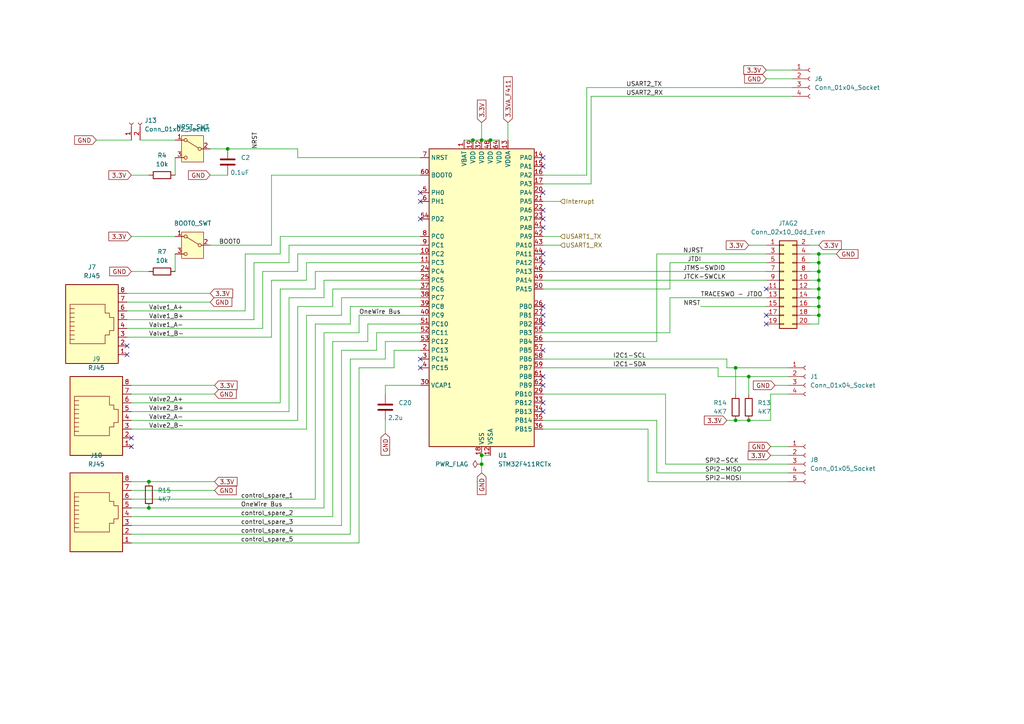
<source format=kicad_sch>
(kicad_sch
	(version 20231120)
	(generator "eeschema")
	(generator_version "8.0")
	(uuid "e365c97c-f794-45c7-80ad-f57ba573192a")
	(paper "A4")
	(lib_symbols
		(symbol "Connector:Conn_01x02_Socket"
			(pin_names
				(offset 1.016) hide)
			(exclude_from_sim no)
			(in_bom yes)
			(on_board yes)
			(property "Reference" "J"
				(at 0 2.54 0)
				(effects
					(font
						(size 1.27 1.27)
					)
				)
			)
			(property "Value" "Conn_01x02_Socket"
				(at 0 -5.08 0)
				(effects
					(font
						(size 1.27 1.27)
					)
				)
			)
			(property "Footprint" ""
				(at 0 0 0)
				(effects
					(font
						(size 1.27 1.27)
					)
					(hide yes)
				)
			)
			(property "Datasheet" "~"
				(at 0 0 0)
				(effects
					(font
						(size 1.27 1.27)
					)
					(hide yes)
				)
			)
			(property "Description" "Generic connector, single row, 01x02, script generated"
				(at 0 0 0)
				(effects
					(font
						(size 1.27 1.27)
					)
					(hide yes)
				)
			)
			(property "ki_locked" ""
				(at 0 0 0)
				(effects
					(font
						(size 1.27 1.27)
					)
				)
			)
			(property "ki_keywords" "connector"
				(at 0 0 0)
				(effects
					(font
						(size 1.27 1.27)
					)
					(hide yes)
				)
			)
			(property "ki_fp_filters" "Connector*:*_1x??_*"
				(at 0 0 0)
				(effects
					(font
						(size 1.27 1.27)
					)
					(hide yes)
				)
			)
			(symbol "Conn_01x02_Socket_1_1"
				(arc
					(start 0 -2.032)
					(mid -0.5058 -2.54)
					(end 0 -3.048)
					(stroke
						(width 0.1524)
						(type default)
					)
					(fill
						(type none)
					)
				)
				(polyline
					(pts
						(xy -1.27 -2.54) (xy -0.508 -2.54)
					)
					(stroke
						(width 0.1524)
						(type default)
					)
					(fill
						(type none)
					)
				)
				(polyline
					(pts
						(xy -1.27 0) (xy -0.508 0)
					)
					(stroke
						(width 0.1524)
						(type default)
					)
					(fill
						(type none)
					)
				)
				(arc
					(start 0 0.508)
					(mid -0.5058 0)
					(end 0 -0.508)
					(stroke
						(width 0.1524)
						(type default)
					)
					(fill
						(type none)
					)
				)
				(pin passive line
					(at -5.08 0 0)
					(length 3.81)
					(name "Pin_1"
						(effects
							(font
								(size 1.27 1.27)
							)
						)
					)
					(number "1"
						(effects
							(font
								(size 1.27 1.27)
							)
						)
					)
				)
				(pin passive line
					(at -5.08 -2.54 0)
					(length 3.81)
					(name "Pin_2"
						(effects
							(font
								(size 1.27 1.27)
							)
						)
					)
					(number "2"
						(effects
							(font
								(size 1.27 1.27)
							)
						)
					)
				)
			)
		)
		(symbol "Connector:Conn_01x04_Socket"
			(pin_names
				(offset 1.016) hide)
			(exclude_from_sim no)
			(in_bom yes)
			(on_board yes)
			(property "Reference" "J"
				(at 0 5.08 0)
				(effects
					(font
						(size 1.27 1.27)
					)
				)
			)
			(property "Value" "Conn_01x04_Socket"
				(at 0 -7.62 0)
				(effects
					(font
						(size 1.27 1.27)
					)
				)
			)
			(property "Footprint" ""
				(at 0 0 0)
				(effects
					(font
						(size 1.27 1.27)
					)
					(hide yes)
				)
			)
			(property "Datasheet" "~"
				(at 0 0 0)
				(effects
					(font
						(size 1.27 1.27)
					)
					(hide yes)
				)
			)
			(property "Description" "Generic connector, single row, 01x04, script generated"
				(at 0 0 0)
				(effects
					(font
						(size 1.27 1.27)
					)
					(hide yes)
				)
			)
			(property "ki_locked" ""
				(at 0 0 0)
				(effects
					(font
						(size 1.27 1.27)
					)
				)
			)
			(property "ki_keywords" "connector"
				(at 0 0 0)
				(effects
					(font
						(size 1.27 1.27)
					)
					(hide yes)
				)
			)
			(property "ki_fp_filters" "Connector*:*_1x??_*"
				(at 0 0 0)
				(effects
					(font
						(size 1.27 1.27)
					)
					(hide yes)
				)
			)
			(symbol "Conn_01x04_Socket_1_1"
				(arc
					(start 0 -4.572)
					(mid -0.5058 -5.08)
					(end 0 -5.588)
					(stroke
						(width 0.1524)
						(type default)
					)
					(fill
						(type none)
					)
				)
				(arc
					(start 0 -2.032)
					(mid -0.5058 -2.54)
					(end 0 -3.048)
					(stroke
						(width 0.1524)
						(type default)
					)
					(fill
						(type none)
					)
				)
				(polyline
					(pts
						(xy -1.27 -5.08) (xy -0.508 -5.08)
					)
					(stroke
						(width 0.1524)
						(type default)
					)
					(fill
						(type none)
					)
				)
				(polyline
					(pts
						(xy -1.27 -2.54) (xy -0.508 -2.54)
					)
					(stroke
						(width 0.1524)
						(type default)
					)
					(fill
						(type none)
					)
				)
				(polyline
					(pts
						(xy -1.27 0) (xy -0.508 0)
					)
					(stroke
						(width 0.1524)
						(type default)
					)
					(fill
						(type none)
					)
				)
				(polyline
					(pts
						(xy -1.27 2.54) (xy -0.508 2.54)
					)
					(stroke
						(width 0.1524)
						(type default)
					)
					(fill
						(type none)
					)
				)
				(arc
					(start 0 0.508)
					(mid -0.5058 0)
					(end 0 -0.508)
					(stroke
						(width 0.1524)
						(type default)
					)
					(fill
						(type none)
					)
				)
				(arc
					(start 0 3.048)
					(mid -0.5058 2.54)
					(end 0 2.032)
					(stroke
						(width 0.1524)
						(type default)
					)
					(fill
						(type none)
					)
				)
				(pin passive line
					(at -5.08 2.54 0)
					(length 3.81)
					(name "Pin_1"
						(effects
							(font
								(size 1.27 1.27)
							)
						)
					)
					(number "1"
						(effects
							(font
								(size 1.27 1.27)
							)
						)
					)
				)
				(pin passive line
					(at -5.08 0 0)
					(length 3.81)
					(name "Pin_2"
						(effects
							(font
								(size 1.27 1.27)
							)
						)
					)
					(number "2"
						(effects
							(font
								(size 1.27 1.27)
							)
						)
					)
				)
				(pin passive line
					(at -5.08 -2.54 0)
					(length 3.81)
					(name "Pin_3"
						(effects
							(font
								(size 1.27 1.27)
							)
						)
					)
					(number "3"
						(effects
							(font
								(size 1.27 1.27)
							)
						)
					)
				)
				(pin passive line
					(at -5.08 -5.08 0)
					(length 3.81)
					(name "Pin_4"
						(effects
							(font
								(size 1.27 1.27)
							)
						)
					)
					(number "4"
						(effects
							(font
								(size 1.27 1.27)
							)
						)
					)
				)
			)
		)
		(symbol "Connector:Conn_01x05_Socket"
			(pin_names
				(offset 1.016) hide)
			(exclude_from_sim no)
			(in_bom yes)
			(on_board yes)
			(property "Reference" "J"
				(at 0 7.62 0)
				(effects
					(font
						(size 1.27 1.27)
					)
				)
			)
			(property "Value" "Conn_01x05_Socket"
				(at 0 -7.62 0)
				(effects
					(font
						(size 1.27 1.27)
					)
				)
			)
			(property "Footprint" ""
				(at 0 0 0)
				(effects
					(font
						(size 1.27 1.27)
					)
					(hide yes)
				)
			)
			(property "Datasheet" "~"
				(at 0 0 0)
				(effects
					(font
						(size 1.27 1.27)
					)
					(hide yes)
				)
			)
			(property "Description" "Generic connector, single row, 01x05, script generated"
				(at 0 0 0)
				(effects
					(font
						(size 1.27 1.27)
					)
					(hide yes)
				)
			)
			(property "ki_locked" ""
				(at 0 0 0)
				(effects
					(font
						(size 1.27 1.27)
					)
				)
			)
			(property "ki_keywords" "connector"
				(at 0 0 0)
				(effects
					(font
						(size 1.27 1.27)
					)
					(hide yes)
				)
			)
			(property "ki_fp_filters" "Connector*:*_1x??_*"
				(at 0 0 0)
				(effects
					(font
						(size 1.27 1.27)
					)
					(hide yes)
				)
			)
			(symbol "Conn_01x05_Socket_1_1"
				(arc
					(start 0 -4.572)
					(mid -0.5058 -5.08)
					(end 0 -5.588)
					(stroke
						(width 0.1524)
						(type default)
					)
					(fill
						(type none)
					)
				)
				(arc
					(start 0 -2.032)
					(mid -0.5058 -2.54)
					(end 0 -3.048)
					(stroke
						(width 0.1524)
						(type default)
					)
					(fill
						(type none)
					)
				)
				(polyline
					(pts
						(xy -1.27 -5.08) (xy -0.508 -5.08)
					)
					(stroke
						(width 0.1524)
						(type default)
					)
					(fill
						(type none)
					)
				)
				(polyline
					(pts
						(xy -1.27 -2.54) (xy -0.508 -2.54)
					)
					(stroke
						(width 0.1524)
						(type default)
					)
					(fill
						(type none)
					)
				)
				(polyline
					(pts
						(xy -1.27 0) (xy -0.508 0)
					)
					(stroke
						(width 0.1524)
						(type default)
					)
					(fill
						(type none)
					)
				)
				(polyline
					(pts
						(xy -1.27 2.54) (xy -0.508 2.54)
					)
					(stroke
						(width 0.1524)
						(type default)
					)
					(fill
						(type none)
					)
				)
				(polyline
					(pts
						(xy -1.27 5.08) (xy -0.508 5.08)
					)
					(stroke
						(width 0.1524)
						(type default)
					)
					(fill
						(type none)
					)
				)
				(arc
					(start 0 0.508)
					(mid -0.5058 0)
					(end 0 -0.508)
					(stroke
						(width 0.1524)
						(type default)
					)
					(fill
						(type none)
					)
				)
				(arc
					(start 0 3.048)
					(mid -0.5058 2.54)
					(end 0 2.032)
					(stroke
						(width 0.1524)
						(type default)
					)
					(fill
						(type none)
					)
				)
				(arc
					(start 0 5.588)
					(mid -0.5058 5.08)
					(end 0 4.572)
					(stroke
						(width 0.1524)
						(type default)
					)
					(fill
						(type none)
					)
				)
				(pin passive line
					(at -5.08 5.08 0)
					(length 3.81)
					(name "Pin_1"
						(effects
							(font
								(size 1.27 1.27)
							)
						)
					)
					(number "1"
						(effects
							(font
								(size 1.27 1.27)
							)
						)
					)
				)
				(pin passive line
					(at -5.08 2.54 0)
					(length 3.81)
					(name "Pin_2"
						(effects
							(font
								(size 1.27 1.27)
							)
						)
					)
					(number "2"
						(effects
							(font
								(size 1.27 1.27)
							)
						)
					)
				)
				(pin passive line
					(at -5.08 0 0)
					(length 3.81)
					(name "Pin_3"
						(effects
							(font
								(size 1.27 1.27)
							)
						)
					)
					(number "3"
						(effects
							(font
								(size 1.27 1.27)
							)
						)
					)
				)
				(pin passive line
					(at -5.08 -2.54 0)
					(length 3.81)
					(name "Pin_4"
						(effects
							(font
								(size 1.27 1.27)
							)
						)
					)
					(number "4"
						(effects
							(font
								(size 1.27 1.27)
							)
						)
					)
				)
				(pin passive line
					(at -5.08 -5.08 0)
					(length 3.81)
					(name "Pin_5"
						(effects
							(font
								(size 1.27 1.27)
							)
						)
					)
					(number "5"
						(effects
							(font
								(size 1.27 1.27)
							)
						)
					)
				)
			)
		)
		(symbol "Connector:RJ45"
			(pin_names
				(offset 1.016)
			)
			(exclude_from_sim no)
			(in_bom yes)
			(on_board yes)
			(property "Reference" "J"
				(at -5.08 13.97 0)
				(effects
					(font
						(size 1.27 1.27)
					)
					(justify right)
				)
			)
			(property "Value" "RJ45"
				(at 2.54 13.97 0)
				(effects
					(font
						(size 1.27 1.27)
					)
					(justify left)
				)
			)
			(property "Footprint" ""
				(at 0 0.635 90)
				(effects
					(font
						(size 1.27 1.27)
					)
					(hide yes)
				)
			)
			(property "Datasheet" "~"
				(at 0 0.635 90)
				(effects
					(font
						(size 1.27 1.27)
					)
					(hide yes)
				)
			)
			(property "Description" "RJ connector, 8P8C (8 positions 8 connected)"
				(at 0 0 0)
				(effects
					(font
						(size 1.27 1.27)
					)
					(hide yes)
				)
			)
			(property "ki_keywords" "8P8C RJ socket connector"
				(at 0 0 0)
				(effects
					(font
						(size 1.27 1.27)
					)
					(hide yes)
				)
			)
			(property "ki_fp_filters" "8P8C* RJ31* RJ32* RJ33* RJ34* RJ35* RJ41* RJ45* RJ49* RJ61*"
				(at 0 0 0)
				(effects
					(font
						(size 1.27 1.27)
					)
					(hide yes)
				)
			)
			(symbol "RJ45_0_1"
				(polyline
					(pts
						(xy -5.08 4.445) (xy -6.35 4.445)
					)
					(stroke
						(width 0)
						(type default)
					)
					(fill
						(type none)
					)
				)
				(polyline
					(pts
						(xy -5.08 5.715) (xy -6.35 5.715)
					)
					(stroke
						(width 0)
						(type default)
					)
					(fill
						(type none)
					)
				)
				(polyline
					(pts
						(xy -6.35 -3.175) (xy -5.08 -3.175) (xy -5.08 -3.175)
					)
					(stroke
						(width 0)
						(type default)
					)
					(fill
						(type none)
					)
				)
				(polyline
					(pts
						(xy -6.35 -1.905) (xy -5.08 -1.905) (xy -5.08 -1.905)
					)
					(stroke
						(width 0)
						(type default)
					)
					(fill
						(type none)
					)
				)
				(polyline
					(pts
						(xy -6.35 -0.635) (xy -5.08 -0.635) (xy -5.08 -0.635)
					)
					(stroke
						(width 0)
						(type default)
					)
					(fill
						(type none)
					)
				)
				(polyline
					(pts
						(xy -6.35 0.635) (xy -5.08 0.635) (xy -5.08 0.635)
					)
					(stroke
						(width 0)
						(type default)
					)
					(fill
						(type none)
					)
				)
				(polyline
					(pts
						(xy -6.35 1.905) (xy -5.08 1.905) (xy -5.08 1.905)
					)
					(stroke
						(width 0)
						(type default)
					)
					(fill
						(type none)
					)
				)
				(polyline
					(pts
						(xy -5.08 3.175) (xy -6.35 3.175) (xy -6.35 3.175)
					)
					(stroke
						(width 0)
						(type default)
					)
					(fill
						(type none)
					)
				)
				(polyline
					(pts
						(xy -6.35 -4.445) (xy -6.35 6.985) (xy 3.81 6.985) (xy 3.81 4.445) (xy 5.08 4.445) (xy 5.08 3.175)
						(xy 6.35 3.175) (xy 6.35 -0.635) (xy 5.08 -0.635) (xy 5.08 -1.905) (xy 3.81 -1.905) (xy 3.81 -4.445)
						(xy -6.35 -4.445) (xy -6.35 -4.445)
					)
					(stroke
						(width 0)
						(type default)
					)
					(fill
						(type none)
					)
				)
				(rectangle
					(start 7.62 12.7)
					(end -7.62 -10.16)
					(stroke
						(width 0.254)
						(type default)
					)
					(fill
						(type background)
					)
				)
			)
			(symbol "RJ45_1_1"
				(pin passive line
					(at 10.16 -7.62 180)
					(length 2.54)
					(name "~"
						(effects
							(font
								(size 1.27 1.27)
							)
						)
					)
					(number "1"
						(effects
							(font
								(size 1.27 1.27)
							)
						)
					)
				)
				(pin passive line
					(at 10.16 -5.08 180)
					(length 2.54)
					(name "~"
						(effects
							(font
								(size 1.27 1.27)
							)
						)
					)
					(number "2"
						(effects
							(font
								(size 1.27 1.27)
							)
						)
					)
				)
				(pin passive line
					(at 10.16 -2.54 180)
					(length 2.54)
					(name "~"
						(effects
							(font
								(size 1.27 1.27)
							)
						)
					)
					(number "3"
						(effects
							(font
								(size 1.27 1.27)
							)
						)
					)
				)
				(pin passive line
					(at 10.16 0 180)
					(length 2.54)
					(name "~"
						(effects
							(font
								(size 1.27 1.27)
							)
						)
					)
					(number "4"
						(effects
							(font
								(size 1.27 1.27)
							)
						)
					)
				)
				(pin passive line
					(at 10.16 2.54 180)
					(length 2.54)
					(name "~"
						(effects
							(font
								(size 1.27 1.27)
							)
						)
					)
					(number "5"
						(effects
							(font
								(size 1.27 1.27)
							)
						)
					)
				)
				(pin passive line
					(at 10.16 5.08 180)
					(length 2.54)
					(name "~"
						(effects
							(font
								(size 1.27 1.27)
							)
						)
					)
					(number "6"
						(effects
							(font
								(size 1.27 1.27)
							)
						)
					)
				)
				(pin passive line
					(at 10.16 7.62 180)
					(length 2.54)
					(name "~"
						(effects
							(font
								(size 1.27 1.27)
							)
						)
					)
					(number "7"
						(effects
							(font
								(size 1.27 1.27)
							)
						)
					)
				)
				(pin passive line
					(at 10.16 10.16 180)
					(length 2.54)
					(name "~"
						(effects
							(font
								(size 1.27 1.27)
							)
						)
					)
					(number "8"
						(effects
							(font
								(size 1.27 1.27)
							)
						)
					)
				)
			)
		)
		(symbol "Connector_Generic:Conn_02x10_Odd_Even"
			(pin_names
				(offset 1.016) hide)
			(exclude_from_sim no)
			(in_bom yes)
			(on_board yes)
			(property "Reference" "J"
				(at 1.27 12.7 0)
				(effects
					(font
						(size 1.27 1.27)
					)
				)
			)
			(property "Value" "Conn_02x10_Odd_Even"
				(at 1.27 -15.24 0)
				(effects
					(font
						(size 1.27 1.27)
					)
				)
			)
			(property "Footprint" ""
				(at 0 0 0)
				(effects
					(font
						(size 1.27 1.27)
					)
					(hide yes)
				)
			)
			(property "Datasheet" "~"
				(at 0 0 0)
				(effects
					(font
						(size 1.27 1.27)
					)
					(hide yes)
				)
			)
			(property "Description" "Generic connector, double row, 02x10, odd/even pin numbering scheme (row 1 odd numbers, row 2 even numbers), script generated (kicad-library-utils/schlib/autogen/connector/)"
				(at 0 0 0)
				(effects
					(font
						(size 1.27 1.27)
					)
					(hide yes)
				)
			)
			(property "ki_keywords" "connector"
				(at 0 0 0)
				(effects
					(font
						(size 1.27 1.27)
					)
					(hide yes)
				)
			)
			(property "ki_fp_filters" "Connector*:*_2x??_*"
				(at 0 0 0)
				(effects
					(font
						(size 1.27 1.27)
					)
					(hide yes)
				)
			)
			(symbol "Conn_02x10_Odd_Even_1_1"
				(rectangle
					(start -1.27 -12.573)
					(end 0 -12.827)
					(stroke
						(width 0.1524)
						(type default)
					)
					(fill
						(type none)
					)
				)
				(rectangle
					(start -1.27 -10.033)
					(end 0 -10.287)
					(stroke
						(width 0.1524)
						(type default)
					)
					(fill
						(type none)
					)
				)
				(rectangle
					(start -1.27 -7.493)
					(end 0 -7.747)
					(stroke
						(width 0.1524)
						(type default)
					)
					(fill
						(type none)
					)
				)
				(rectangle
					(start -1.27 -4.953)
					(end 0 -5.207)
					(stroke
						(width 0.1524)
						(type default)
					)
					(fill
						(type none)
					)
				)
				(rectangle
					(start -1.27 -2.413)
					(end 0 -2.667)
					(stroke
						(width 0.1524)
						(type default)
					)
					(fill
						(type none)
					)
				)
				(rectangle
					(start -1.27 0.127)
					(end 0 -0.127)
					(stroke
						(width 0.1524)
						(type default)
					)
					(fill
						(type none)
					)
				)
				(rectangle
					(start -1.27 2.667)
					(end 0 2.413)
					(stroke
						(width 0.1524)
						(type default)
					)
					(fill
						(type none)
					)
				)
				(rectangle
					(start -1.27 5.207)
					(end 0 4.953)
					(stroke
						(width 0.1524)
						(type default)
					)
					(fill
						(type none)
					)
				)
				(rectangle
					(start -1.27 7.747)
					(end 0 7.493)
					(stroke
						(width 0.1524)
						(type default)
					)
					(fill
						(type none)
					)
				)
				(rectangle
					(start -1.27 10.287)
					(end 0 10.033)
					(stroke
						(width 0.1524)
						(type default)
					)
					(fill
						(type none)
					)
				)
				(rectangle
					(start -1.27 11.43)
					(end 3.81 -13.97)
					(stroke
						(width 0.254)
						(type default)
					)
					(fill
						(type background)
					)
				)
				(rectangle
					(start 3.81 -12.573)
					(end 2.54 -12.827)
					(stroke
						(width 0.1524)
						(type default)
					)
					(fill
						(type none)
					)
				)
				(rectangle
					(start 3.81 -10.033)
					(end 2.54 -10.287)
					(stroke
						(width 0.1524)
						(type default)
					)
					(fill
						(type none)
					)
				)
				(rectangle
					(start 3.81 -7.493)
					(end 2.54 -7.747)
					(stroke
						(width 0.1524)
						(type default)
					)
					(fill
						(type none)
					)
				)
				(rectangle
					(start 3.81 -4.953)
					(end 2.54 -5.207)
					(stroke
						(width 0.1524)
						(type default)
					)
					(fill
						(type none)
					)
				)
				(rectangle
					(start 3.81 -2.413)
					(end 2.54 -2.667)
					(stroke
						(width 0.1524)
						(type default)
					)
					(fill
						(type none)
					)
				)
				(rectangle
					(start 3.81 0.127)
					(end 2.54 -0.127)
					(stroke
						(width 0.1524)
						(type default)
					)
					(fill
						(type none)
					)
				)
				(rectangle
					(start 3.81 2.667)
					(end 2.54 2.413)
					(stroke
						(width 0.1524)
						(type default)
					)
					(fill
						(type none)
					)
				)
				(rectangle
					(start 3.81 5.207)
					(end 2.54 4.953)
					(stroke
						(width 0.1524)
						(type default)
					)
					(fill
						(type none)
					)
				)
				(rectangle
					(start 3.81 7.747)
					(end 2.54 7.493)
					(stroke
						(width 0.1524)
						(type default)
					)
					(fill
						(type none)
					)
				)
				(rectangle
					(start 3.81 10.287)
					(end 2.54 10.033)
					(stroke
						(width 0.1524)
						(type default)
					)
					(fill
						(type none)
					)
				)
				(pin passive line
					(at -5.08 10.16 0)
					(length 3.81)
					(name "Pin_1"
						(effects
							(font
								(size 1.27 1.27)
							)
						)
					)
					(number "1"
						(effects
							(font
								(size 1.27 1.27)
							)
						)
					)
				)
				(pin passive line
					(at 7.62 0 180)
					(length 3.81)
					(name "Pin_10"
						(effects
							(font
								(size 1.27 1.27)
							)
						)
					)
					(number "10"
						(effects
							(font
								(size 1.27 1.27)
							)
						)
					)
				)
				(pin passive line
					(at -5.08 -2.54 0)
					(length 3.81)
					(name "Pin_11"
						(effects
							(font
								(size 1.27 1.27)
							)
						)
					)
					(number "11"
						(effects
							(font
								(size 1.27 1.27)
							)
						)
					)
				)
				(pin passive line
					(at 7.62 -2.54 180)
					(length 3.81)
					(name "Pin_12"
						(effects
							(font
								(size 1.27 1.27)
							)
						)
					)
					(number "12"
						(effects
							(font
								(size 1.27 1.27)
							)
						)
					)
				)
				(pin passive line
					(at -5.08 -5.08 0)
					(length 3.81)
					(name "Pin_13"
						(effects
							(font
								(size 1.27 1.27)
							)
						)
					)
					(number "13"
						(effects
							(font
								(size 1.27 1.27)
							)
						)
					)
				)
				(pin passive line
					(at 7.62 -5.08 180)
					(length 3.81)
					(name "Pin_14"
						(effects
							(font
								(size 1.27 1.27)
							)
						)
					)
					(number "14"
						(effects
							(font
								(size 1.27 1.27)
							)
						)
					)
				)
				(pin passive line
					(at -5.08 -7.62 0)
					(length 3.81)
					(name "Pin_15"
						(effects
							(font
								(size 1.27 1.27)
							)
						)
					)
					(number "15"
						(effects
							(font
								(size 1.27 1.27)
							)
						)
					)
				)
				(pin passive line
					(at 7.62 -7.62 180)
					(length 3.81)
					(name "Pin_16"
						(effects
							(font
								(size 1.27 1.27)
							)
						)
					)
					(number "16"
						(effects
							(font
								(size 1.27 1.27)
							)
						)
					)
				)
				(pin passive line
					(at -5.08 -10.16 0)
					(length 3.81)
					(name "Pin_17"
						(effects
							(font
								(size 1.27 1.27)
							)
						)
					)
					(number "17"
						(effects
							(font
								(size 1.27 1.27)
							)
						)
					)
				)
				(pin passive line
					(at 7.62 -10.16 180)
					(length 3.81)
					(name "Pin_18"
						(effects
							(font
								(size 1.27 1.27)
							)
						)
					)
					(number "18"
						(effects
							(font
								(size 1.27 1.27)
							)
						)
					)
				)
				(pin passive line
					(at -5.08 -12.7 0)
					(length 3.81)
					(name "Pin_19"
						(effects
							(font
								(size 1.27 1.27)
							)
						)
					)
					(number "19"
						(effects
							(font
								(size 1.27 1.27)
							)
						)
					)
				)
				(pin passive line
					(at 7.62 10.16 180)
					(length 3.81)
					(name "Pin_2"
						(effects
							(font
								(size 1.27 1.27)
							)
						)
					)
					(number "2"
						(effects
							(font
								(size 1.27 1.27)
							)
						)
					)
				)
				(pin passive line
					(at 7.62 -12.7 180)
					(length 3.81)
					(name "Pin_20"
						(effects
							(font
								(size 1.27 1.27)
							)
						)
					)
					(number "20"
						(effects
							(font
								(size 1.27 1.27)
							)
						)
					)
				)
				(pin passive line
					(at -5.08 7.62 0)
					(length 3.81)
					(name "Pin_3"
						(effects
							(font
								(size 1.27 1.27)
							)
						)
					)
					(number "3"
						(effects
							(font
								(size 1.27 1.27)
							)
						)
					)
				)
				(pin passive line
					(at 7.62 7.62 180)
					(length 3.81)
					(name "Pin_4"
						(effects
							(font
								(size 1.27 1.27)
							)
						)
					)
					(number "4"
						(effects
							(font
								(size 1.27 1.27)
							)
						)
					)
				)
				(pin passive line
					(at -5.08 5.08 0)
					(length 3.81)
					(name "Pin_5"
						(effects
							(font
								(size 1.27 1.27)
							)
						)
					)
					(number "5"
						(effects
							(font
								(size 1.27 1.27)
							)
						)
					)
				)
				(pin passive line
					(at 7.62 5.08 180)
					(length 3.81)
					(name "Pin_6"
						(effects
							(font
								(size 1.27 1.27)
							)
						)
					)
					(number "6"
						(effects
							(font
								(size 1.27 1.27)
							)
						)
					)
				)
				(pin passive line
					(at -5.08 2.54 0)
					(length 3.81)
					(name "Pin_7"
						(effects
							(font
								(size 1.27 1.27)
							)
						)
					)
					(number "7"
						(effects
							(font
								(size 1.27 1.27)
							)
						)
					)
				)
				(pin passive line
					(at 7.62 2.54 180)
					(length 3.81)
					(name "Pin_8"
						(effects
							(font
								(size 1.27 1.27)
							)
						)
					)
					(number "8"
						(effects
							(font
								(size 1.27 1.27)
							)
						)
					)
				)
				(pin passive line
					(at -5.08 0 0)
					(length 3.81)
					(name "Pin_9"
						(effects
							(font
								(size 1.27 1.27)
							)
						)
					)
					(number "9"
						(effects
							(font
								(size 1.27 1.27)
							)
						)
					)
				)
			)
		)
		(symbol "Device:C"
			(pin_numbers hide)
			(pin_names
				(offset 0.254)
			)
			(exclude_from_sim no)
			(in_bom yes)
			(on_board yes)
			(property "Reference" "C"
				(at 0.635 2.54 0)
				(effects
					(font
						(size 1.27 1.27)
					)
					(justify left)
				)
			)
			(property "Value" "C"
				(at 0.635 -2.54 0)
				(effects
					(font
						(size 1.27 1.27)
					)
					(justify left)
				)
			)
			(property "Footprint" ""
				(at 0.9652 -3.81 0)
				(effects
					(font
						(size 1.27 1.27)
					)
					(hide yes)
				)
			)
			(property "Datasheet" "~"
				(at 0 0 0)
				(effects
					(font
						(size 1.27 1.27)
					)
					(hide yes)
				)
			)
			(property "Description" "Unpolarized capacitor"
				(at 0 0 0)
				(effects
					(font
						(size 1.27 1.27)
					)
					(hide yes)
				)
			)
			(property "ki_keywords" "cap capacitor"
				(at 0 0 0)
				(effects
					(font
						(size 1.27 1.27)
					)
					(hide yes)
				)
			)
			(property "ki_fp_filters" "C_*"
				(at 0 0 0)
				(effects
					(font
						(size 1.27 1.27)
					)
					(hide yes)
				)
			)
			(symbol "C_0_1"
				(polyline
					(pts
						(xy -2.032 -0.762) (xy 2.032 -0.762)
					)
					(stroke
						(width 0.508)
						(type default)
					)
					(fill
						(type none)
					)
				)
				(polyline
					(pts
						(xy -2.032 0.762) (xy 2.032 0.762)
					)
					(stroke
						(width 0.508)
						(type default)
					)
					(fill
						(type none)
					)
				)
			)
			(symbol "C_1_1"
				(pin passive line
					(at 0 3.81 270)
					(length 2.794)
					(name "~"
						(effects
							(font
								(size 1.27 1.27)
							)
						)
					)
					(number "1"
						(effects
							(font
								(size 1.27 1.27)
							)
						)
					)
				)
				(pin passive line
					(at 0 -3.81 90)
					(length 2.794)
					(name "~"
						(effects
							(font
								(size 1.27 1.27)
							)
						)
					)
					(number "2"
						(effects
							(font
								(size 1.27 1.27)
							)
						)
					)
				)
			)
		)
		(symbol "Device:R"
			(pin_numbers hide)
			(pin_names
				(offset 0)
			)
			(exclude_from_sim no)
			(in_bom yes)
			(on_board yes)
			(property "Reference" "R"
				(at 2.032 0 90)
				(effects
					(font
						(size 1.27 1.27)
					)
				)
			)
			(property "Value" "R"
				(at 0 0 90)
				(effects
					(font
						(size 1.27 1.27)
					)
				)
			)
			(property "Footprint" ""
				(at -1.778 0 90)
				(effects
					(font
						(size 1.27 1.27)
					)
					(hide yes)
				)
			)
			(property "Datasheet" "~"
				(at 0 0 0)
				(effects
					(font
						(size 1.27 1.27)
					)
					(hide yes)
				)
			)
			(property "Description" "Resistor"
				(at 0 0 0)
				(effects
					(font
						(size 1.27 1.27)
					)
					(hide yes)
				)
			)
			(property "ki_keywords" "R res resistor"
				(at 0 0 0)
				(effects
					(font
						(size 1.27 1.27)
					)
					(hide yes)
				)
			)
			(property "ki_fp_filters" "R_*"
				(at 0 0 0)
				(effects
					(font
						(size 1.27 1.27)
					)
					(hide yes)
				)
			)
			(symbol "R_0_1"
				(rectangle
					(start -1.016 -2.54)
					(end 1.016 2.54)
					(stroke
						(width 0.254)
						(type default)
					)
					(fill
						(type none)
					)
				)
			)
			(symbol "R_1_1"
				(pin passive line
					(at 0 3.81 270)
					(length 1.27)
					(name "~"
						(effects
							(font
								(size 1.27 1.27)
							)
						)
					)
					(number "1"
						(effects
							(font
								(size 1.27 1.27)
							)
						)
					)
				)
				(pin passive line
					(at 0 -3.81 90)
					(length 1.27)
					(name "~"
						(effects
							(font
								(size 1.27 1.27)
							)
						)
					)
					(number "2"
						(effects
							(font
								(size 1.27 1.27)
							)
						)
					)
				)
			)
		)
		(symbol "MCU_ST_STM32F4:STM32F411RCTx"
			(exclude_from_sim no)
			(in_bom yes)
			(on_board yes)
			(property "Reference" "U"
				(at -15.24 44.45 0)
				(effects
					(font
						(size 1.27 1.27)
					)
					(justify left)
				)
			)
			(property "Value" "STM32F411RCTx"
				(at 10.16 44.45 0)
				(effects
					(font
						(size 1.27 1.27)
					)
					(justify left)
				)
			)
			(property "Footprint" "Package_QFP:LQFP-64_10x10mm_P0.5mm"
				(at -15.24 -43.18 0)
				(effects
					(font
						(size 1.27 1.27)
					)
					(justify right)
					(hide yes)
				)
			)
			(property "Datasheet" "https://www.st.com/resource/en/datasheet/stm32f411rc.pdf"
				(at 0 0 0)
				(effects
					(font
						(size 1.27 1.27)
					)
					(hide yes)
				)
			)
			(property "Description" "STMicroelectronics Arm Cortex-M4 MCU, 256KB flash, 128KB RAM, 100 MHz, 1.7-3.6V, 50 GPIO, LQFP64"
				(at 0 0 0)
				(effects
					(font
						(size 1.27 1.27)
					)
					(hide yes)
				)
			)
			(property "ki_locked" ""
				(at 0 0 0)
				(effects
					(font
						(size 1.27 1.27)
					)
				)
			)
			(property "ki_keywords" "Arm Cortex-M4 STM32F4 STM32F411"
				(at 0 0 0)
				(effects
					(font
						(size 1.27 1.27)
					)
					(hide yes)
				)
			)
			(property "ki_fp_filters" "LQFP*10x10mm*P0.5mm*"
				(at 0 0 0)
				(effects
					(font
						(size 1.27 1.27)
					)
					(hide yes)
				)
			)
			(symbol "STM32F411RCTx_0_1"
				(rectangle
					(start -15.24 -43.18)
					(end 15.24 43.18)
					(stroke
						(width 0.254)
						(type default)
					)
					(fill
						(type background)
					)
				)
			)
			(symbol "STM32F411RCTx_1_1"
				(pin power_in line
					(at -5.08 45.72 270)
					(length 2.54)
					(name "VBAT"
						(effects
							(font
								(size 1.27 1.27)
							)
						)
					)
					(number "1"
						(effects
							(font
								(size 1.27 1.27)
							)
						)
					)
				)
				(pin bidirectional line
					(at -17.78 12.7 0)
					(length 2.54)
					(name "PC2"
						(effects
							(font
								(size 1.27 1.27)
							)
						)
					)
					(number "10"
						(effects
							(font
								(size 1.27 1.27)
							)
						)
					)
					(alternate "ADC1_IN12" bidirectional line)
					(alternate "I2S2_ext_SD" bidirectional line)
					(alternate "SPI2_MISO" bidirectional line)
				)
				(pin bidirectional line
					(at -17.78 10.16 0)
					(length 2.54)
					(name "PC3"
						(effects
							(font
								(size 1.27 1.27)
							)
						)
					)
					(number "11"
						(effects
							(font
								(size 1.27 1.27)
							)
						)
					)
					(alternate "ADC1_IN13" bidirectional line)
					(alternate "I2S2_SD" bidirectional line)
					(alternate "SPI2_MOSI" bidirectional line)
				)
				(pin power_in line
					(at 2.54 -45.72 90)
					(length 2.54)
					(name "VSSA"
						(effects
							(font
								(size 1.27 1.27)
							)
						)
					)
					(number "12"
						(effects
							(font
								(size 1.27 1.27)
							)
						)
					)
				)
				(pin power_in line
					(at 7.62 45.72 270)
					(length 2.54)
					(name "VDDA"
						(effects
							(font
								(size 1.27 1.27)
							)
						)
					)
					(number "13"
						(effects
							(font
								(size 1.27 1.27)
							)
						)
					)
				)
				(pin bidirectional line
					(at 17.78 40.64 180)
					(length 2.54)
					(name "PA0"
						(effects
							(font
								(size 1.27 1.27)
							)
						)
					)
					(number "14"
						(effects
							(font
								(size 1.27 1.27)
							)
						)
					)
					(alternate "ADC1_IN0" bidirectional line)
					(alternate "SYS_WKUP" bidirectional line)
					(alternate "TIM2_CH1" bidirectional line)
					(alternate "TIM2_ETR" bidirectional line)
					(alternate "TIM5_CH1" bidirectional line)
					(alternate "USART2_CTS" bidirectional line)
				)
				(pin bidirectional line
					(at 17.78 38.1 180)
					(length 2.54)
					(name "PA1"
						(effects
							(font
								(size 1.27 1.27)
							)
						)
					)
					(number "15"
						(effects
							(font
								(size 1.27 1.27)
							)
						)
					)
					(alternate "ADC1_IN1" bidirectional line)
					(alternate "I2S4_SD" bidirectional line)
					(alternate "SPI4_MOSI" bidirectional line)
					(alternate "TIM2_CH2" bidirectional line)
					(alternate "TIM5_CH2" bidirectional line)
					(alternate "USART2_RTS" bidirectional line)
				)
				(pin bidirectional line
					(at 17.78 35.56 180)
					(length 2.54)
					(name "PA2"
						(effects
							(font
								(size 1.27 1.27)
							)
						)
					)
					(number "16"
						(effects
							(font
								(size 1.27 1.27)
							)
						)
					)
					(alternate "ADC1_IN2" bidirectional line)
					(alternate "I2S_CKIN" bidirectional line)
					(alternate "TIM2_CH3" bidirectional line)
					(alternate "TIM5_CH3" bidirectional line)
					(alternate "TIM9_CH1" bidirectional line)
					(alternate "USART2_TX" bidirectional line)
				)
				(pin bidirectional line
					(at 17.78 33.02 180)
					(length 2.54)
					(name "PA3"
						(effects
							(font
								(size 1.27 1.27)
							)
						)
					)
					(number "17"
						(effects
							(font
								(size 1.27 1.27)
							)
						)
					)
					(alternate "ADC1_IN3" bidirectional line)
					(alternate "I2S2_MCK" bidirectional line)
					(alternate "TIM2_CH4" bidirectional line)
					(alternate "TIM5_CH4" bidirectional line)
					(alternate "TIM9_CH2" bidirectional line)
					(alternate "USART2_RX" bidirectional line)
				)
				(pin power_in line
					(at 0 -45.72 90)
					(length 2.54)
					(name "VSS"
						(effects
							(font
								(size 1.27 1.27)
							)
						)
					)
					(number "18"
						(effects
							(font
								(size 1.27 1.27)
							)
						)
					)
				)
				(pin power_in line
					(at -2.54 45.72 270)
					(length 2.54)
					(name "VDD"
						(effects
							(font
								(size 1.27 1.27)
							)
						)
					)
					(number "19"
						(effects
							(font
								(size 1.27 1.27)
							)
						)
					)
				)
				(pin bidirectional line
					(at -17.78 -15.24 0)
					(length 2.54)
					(name "PC13"
						(effects
							(font
								(size 1.27 1.27)
							)
						)
					)
					(number "2"
						(effects
							(font
								(size 1.27 1.27)
							)
						)
					)
					(alternate "RTC_AF1" bidirectional line)
				)
				(pin bidirectional line
					(at 17.78 30.48 180)
					(length 2.54)
					(name "PA4"
						(effects
							(font
								(size 1.27 1.27)
							)
						)
					)
					(number "20"
						(effects
							(font
								(size 1.27 1.27)
							)
						)
					)
					(alternate "ADC1_IN4" bidirectional line)
					(alternate "I2S1_WS" bidirectional line)
					(alternate "I2S3_WS" bidirectional line)
					(alternate "SPI1_NSS" bidirectional line)
					(alternate "SPI3_NSS" bidirectional line)
					(alternate "USART2_CK" bidirectional line)
				)
				(pin bidirectional line
					(at 17.78 27.94 180)
					(length 2.54)
					(name "PA5"
						(effects
							(font
								(size 1.27 1.27)
							)
						)
					)
					(number "21"
						(effects
							(font
								(size 1.27 1.27)
							)
						)
					)
					(alternate "ADC1_IN5" bidirectional line)
					(alternate "I2S1_CK" bidirectional line)
					(alternate "SPI1_SCK" bidirectional line)
					(alternate "TIM2_CH1" bidirectional line)
					(alternate "TIM2_ETR" bidirectional line)
				)
				(pin bidirectional line
					(at 17.78 25.4 180)
					(length 2.54)
					(name "PA6"
						(effects
							(font
								(size 1.27 1.27)
							)
						)
					)
					(number "22"
						(effects
							(font
								(size 1.27 1.27)
							)
						)
					)
					(alternate "ADC1_IN6" bidirectional line)
					(alternate "I2S2_MCK" bidirectional line)
					(alternate "SDIO_CMD" bidirectional line)
					(alternate "SPI1_MISO" bidirectional line)
					(alternate "TIM1_BKIN" bidirectional line)
					(alternate "TIM3_CH1" bidirectional line)
				)
				(pin bidirectional line
					(at 17.78 22.86 180)
					(length 2.54)
					(name "PA7"
						(effects
							(font
								(size 1.27 1.27)
							)
						)
					)
					(number "23"
						(effects
							(font
								(size 1.27 1.27)
							)
						)
					)
					(alternate "ADC1_IN7" bidirectional line)
					(alternate "I2S1_SD" bidirectional line)
					(alternate "SPI1_MOSI" bidirectional line)
					(alternate "TIM1_CH1N" bidirectional line)
					(alternate "TIM3_CH2" bidirectional line)
				)
				(pin bidirectional line
					(at -17.78 7.62 0)
					(length 2.54)
					(name "PC4"
						(effects
							(font
								(size 1.27 1.27)
							)
						)
					)
					(number "24"
						(effects
							(font
								(size 1.27 1.27)
							)
						)
					)
					(alternate "ADC1_IN14" bidirectional line)
				)
				(pin bidirectional line
					(at -17.78 5.08 0)
					(length 2.54)
					(name "PC5"
						(effects
							(font
								(size 1.27 1.27)
							)
						)
					)
					(number "25"
						(effects
							(font
								(size 1.27 1.27)
							)
						)
					)
					(alternate "ADC1_IN15" bidirectional line)
				)
				(pin bidirectional line
					(at 17.78 -2.54 180)
					(length 2.54)
					(name "PB0"
						(effects
							(font
								(size 1.27 1.27)
							)
						)
					)
					(number "26"
						(effects
							(font
								(size 1.27 1.27)
							)
						)
					)
					(alternate "ADC1_IN8" bidirectional line)
					(alternate "I2S5_CK" bidirectional line)
					(alternate "SPI5_SCK" bidirectional line)
					(alternate "TIM1_CH2N" bidirectional line)
					(alternate "TIM3_CH3" bidirectional line)
				)
				(pin bidirectional line
					(at 17.78 -5.08 180)
					(length 2.54)
					(name "PB1"
						(effects
							(font
								(size 1.27 1.27)
							)
						)
					)
					(number "27"
						(effects
							(font
								(size 1.27 1.27)
							)
						)
					)
					(alternate "ADC1_IN9" bidirectional line)
					(alternate "I2S5_WS" bidirectional line)
					(alternate "SPI5_NSS" bidirectional line)
					(alternate "TIM1_CH3N" bidirectional line)
					(alternate "TIM3_CH4" bidirectional line)
				)
				(pin bidirectional line
					(at 17.78 -7.62 180)
					(length 2.54)
					(name "PB2"
						(effects
							(font
								(size 1.27 1.27)
							)
						)
					)
					(number "28"
						(effects
							(font
								(size 1.27 1.27)
							)
						)
					)
				)
				(pin bidirectional line
					(at 17.78 -27.94 180)
					(length 2.54)
					(name "PB10"
						(effects
							(font
								(size 1.27 1.27)
							)
						)
					)
					(number "29"
						(effects
							(font
								(size 1.27 1.27)
							)
						)
					)
					(alternate "I2C2_SCL" bidirectional line)
					(alternate "I2S2_CK" bidirectional line)
					(alternate "I2S3_MCK" bidirectional line)
					(alternate "SDIO_D7" bidirectional line)
					(alternate "SPI2_SCK" bidirectional line)
					(alternate "TIM2_CH3" bidirectional line)
				)
				(pin bidirectional line
					(at -17.78 -17.78 0)
					(length 2.54)
					(name "PC14"
						(effects
							(font
								(size 1.27 1.27)
							)
						)
					)
					(number "3"
						(effects
							(font
								(size 1.27 1.27)
							)
						)
					)
					(alternate "RCC_OSC32_IN" bidirectional line)
				)
				(pin power_out line
					(at -17.78 -25.4 0)
					(length 2.54)
					(name "VCAP1"
						(effects
							(font
								(size 1.27 1.27)
							)
						)
					)
					(number "30"
						(effects
							(font
								(size 1.27 1.27)
							)
						)
					)
				)
				(pin passive line
					(at 0 -45.72 90)
					(length 2.54) hide
					(name "VSS"
						(effects
							(font
								(size 1.27 1.27)
							)
						)
					)
					(number "31"
						(effects
							(font
								(size 1.27 1.27)
							)
						)
					)
				)
				(pin power_in line
					(at 0 45.72 270)
					(length 2.54)
					(name "VDD"
						(effects
							(font
								(size 1.27 1.27)
							)
						)
					)
					(number "32"
						(effects
							(font
								(size 1.27 1.27)
							)
						)
					)
				)
				(pin bidirectional line
					(at 17.78 -30.48 180)
					(length 2.54)
					(name "PB12"
						(effects
							(font
								(size 1.27 1.27)
							)
						)
					)
					(number "33"
						(effects
							(font
								(size 1.27 1.27)
							)
						)
					)
					(alternate "I2C2_SMBA" bidirectional line)
					(alternate "I2S2_WS" bidirectional line)
					(alternate "I2S3_CK" bidirectional line)
					(alternate "I2S4_WS" bidirectional line)
					(alternate "SPI2_NSS" bidirectional line)
					(alternate "SPI3_SCK" bidirectional line)
					(alternate "SPI4_NSS" bidirectional line)
					(alternate "TIM1_BKIN" bidirectional line)
				)
				(pin bidirectional line
					(at 17.78 -33.02 180)
					(length 2.54)
					(name "PB13"
						(effects
							(font
								(size 1.27 1.27)
							)
						)
					)
					(number "34"
						(effects
							(font
								(size 1.27 1.27)
							)
						)
					)
					(alternate "I2S2_CK" bidirectional line)
					(alternate "I2S4_CK" bidirectional line)
					(alternate "SPI2_SCK" bidirectional line)
					(alternate "SPI4_SCK" bidirectional line)
					(alternate "TIM1_CH1N" bidirectional line)
				)
				(pin bidirectional line
					(at 17.78 -35.56 180)
					(length 2.54)
					(name "PB14"
						(effects
							(font
								(size 1.27 1.27)
							)
						)
					)
					(number "35"
						(effects
							(font
								(size 1.27 1.27)
							)
						)
					)
					(alternate "I2S2_ext_SD" bidirectional line)
					(alternate "SDIO_D6" bidirectional line)
					(alternate "SPI2_MISO" bidirectional line)
					(alternate "TIM1_CH2N" bidirectional line)
				)
				(pin bidirectional line
					(at 17.78 -38.1 180)
					(length 2.54)
					(name "PB15"
						(effects
							(font
								(size 1.27 1.27)
							)
						)
					)
					(number "36"
						(effects
							(font
								(size 1.27 1.27)
							)
						)
					)
					(alternate "ADC1_EXTI15" bidirectional line)
					(alternate "I2S2_SD" bidirectional line)
					(alternate "RTC_REFIN" bidirectional line)
					(alternate "SDIO_CK" bidirectional line)
					(alternate "SPI2_MOSI" bidirectional line)
					(alternate "TIM1_CH3N" bidirectional line)
				)
				(pin bidirectional line
					(at -17.78 2.54 0)
					(length 2.54)
					(name "PC6"
						(effects
							(font
								(size 1.27 1.27)
							)
						)
					)
					(number "37"
						(effects
							(font
								(size 1.27 1.27)
							)
						)
					)
					(alternate "I2S2_MCK" bidirectional line)
					(alternate "SDIO_D6" bidirectional line)
					(alternate "TIM3_CH1" bidirectional line)
					(alternate "USART6_TX" bidirectional line)
				)
				(pin bidirectional line
					(at -17.78 0 0)
					(length 2.54)
					(name "PC7"
						(effects
							(font
								(size 1.27 1.27)
							)
						)
					)
					(number "38"
						(effects
							(font
								(size 1.27 1.27)
							)
						)
					)
					(alternate "I2S2_CK" bidirectional line)
					(alternate "I2S3_MCK" bidirectional line)
					(alternate "SDIO_D7" bidirectional line)
					(alternate "SPI2_SCK" bidirectional line)
					(alternate "TIM3_CH2" bidirectional line)
					(alternate "USART6_RX" bidirectional line)
				)
				(pin bidirectional line
					(at -17.78 -2.54 0)
					(length 2.54)
					(name "PC8"
						(effects
							(font
								(size 1.27 1.27)
							)
						)
					)
					(number "39"
						(effects
							(font
								(size 1.27 1.27)
							)
						)
					)
					(alternate "SDIO_D0" bidirectional line)
					(alternate "TIM3_CH3" bidirectional line)
					(alternate "USART6_CK" bidirectional line)
				)
				(pin bidirectional line
					(at -17.78 -20.32 0)
					(length 2.54)
					(name "PC15"
						(effects
							(font
								(size 1.27 1.27)
							)
						)
					)
					(number "4"
						(effects
							(font
								(size 1.27 1.27)
							)
						)
					)
					(alternate "ADC1_EXTI15" bidirectional line)
					(alternate "RCC_OSC32_OUT" bidirectional line)
				)
				(pin bidirectional line
					(at -17.78 -5.08 0)
					(length 2.54)
					(name "PC9"
						(effects
							(font
								(size 1.27 1.27)
							)
						)
					)
					(number "40"
						(effects
							(font
								(size 1.27 1.27)
							)
						)
					)
					(alternate "I2C3_SDA" bidirectional line)
					(alternate "I2S_CKIN" bidirectional line)
					(alternate "RCC_MCO_2" bidirectional line)
					(alternate "SDIO_D1" bidirectional line)
					(alternate "TIM3_CH4" bidirectional line)
				)
				(pin bidirectional line
					(at 17.78 20.32 180)
					(length 2.54)
					(name "PA8"
						(effects
							(font
								(size 1.27 1.27)
							)
						)
					)
					(number "41"
						(effects
							(font
								(size 1.27 1.27)
							)
						)
					)
					(alternate "I2C3_SCL" bidirectional line)
					(alternate "RCC_MCO_1" bidirectional line)
					(alternate "SDIO_D1" bidirectional line)
					(alternate "TIM1_CH1" bidirectional line)
					(alternate "USART1_CK" bidirectional line)
					(alternate "USB_OTG_FS_SOF" bidirectional line)
				)
				(pin bidirectional line
					(at 17.78 17.78 180)
					(length 2.54)
					(name "PA9"
						(effects
							(font
								(size 1.27 1.27)
							)
						)
					)
					(number "42"
						(effects
							(font
								(size 1.27 1.27)
							)
						)
					)
					(alternate "I2C3_SMBA" bidirectional line)
					(alternate "SDIO_D2" bidirectional line)
					(alternate "TIM1_CH2" bidirectional line)
					(alternate "USART1_TX" bidirectional line)
					(alternate "USB_OTG_FS_VBUS" bidirectional line)
				)
				(pin bidirectional line
					(at 17.78 15.24 180)
					(length 2.54)
					(name "PA10"
						(effects
							(font
								(size 1.27 1.27)
							)
						)
					)
					(number "43"
						(effects
							(font
								(size 1.27 1.27)
							)
						)
					)
					(alternate "I2S5_SD" bidirectional line)
					(alternate "SPI5_MOSI" bidirectional line)
					(alternate "TIM1_CH3" bidirectional line)
					(alternate "USART1_RX" bidirectional line)
					(alternate "USB_OTG_FS_ID" bidirectional line)
				)
				(pin bidirectional line
					(at 17.78 12.7 180)
					(length 2.54)
					(name "PA11"
						(effects
							(font
								(size 1.27 1.27)
							)
						)
					)
					(number "44"
						(effects
							(font
								(size 1.27 1.27)
							)
						)
					)
					(alternate "ADC1_EXTI11" bidirectional line)
					(alternate "SPI4_MISO" bidirectional line)
					(alternate "TIM1_CH4" bidirectional line)
					(alternate "USART1_CTS" bidirectional line)
					(alternate "USART6_TX" bidirectional line)
					(alternate "USB_OTG_FS_DM" bidirectional line)
				)
				(pin bidirectional line
					(at 17.78 10.16 180)
					(length 2.54)
					(name "PA12"
						(effects
							(font
								(size 1.27 1.27)
							)
						)
					)
					(number "45"
						(effects
							(font
								(size 1.27 1.27)
							)
						)
					)
					(alternate "SPI5_MISO" bidirectional line)
					(alternate "TIM1_ETR" bidirectional line)
					(alternate "USART1_RTS" bidirectional line)
					(alternate "USART6_RX" bidirectional line)
					(alternate "USB_OTG_FS_DP" bidirectional line)
				)
				(pin bidirectional line
					(at 17.78 7.62 180)
					(length 2.54)
					(name "PA13"
						(effects
							(font
								(size 1.27 1.27)
							)
						)
					)
					(number "46"
						(effects
							(font
								(size 1.27 1.27)
							)
						)
					)
					(alternate "SYS_JTMS-SWDIO" bidirectional line)
				)
				(pin passive line
					(at 0 -45.72 90)
					(length 2.54) hide
					(name "VSS"
						(effects
							(font
								(size 1.27 1.27)
							)
						)
					)
					(number "47"
						(effects
							(font
								(size 1.27 1.27)
							)
						)
					)
				)
				(pin power_in line
					(at 2.54 45.72 270)
					(length 2.54)
					(name "VDD"
						(effects
							(font
								(size 1.27 1.27)
							)
						)
					)
					(number "48"
						(effects
							(font
								(size 1.27 1.27)
							)
						)
					)
				)
				(pin bidirectional line
					(at 17.78 5.08 180)
					(length 2.54)
					(name "PA14"
						(effects
							(font
								(size 1.27 1.27)
							)
						)
					)
					(number "49"
						(effects
							(font
								(size 1.27 1.27)
							)
						)
					)
					(alternate "SYS_JTCK-SWCLK" bidirectional line)
				)
				(pin bidirectional line
					(at -17.78 30.48 0)
					(length 2.54)
					(name "PH0"
						(effects
							(font
								(size 1.27 1.27)
							)
						)
					)
					(number "5"
						(effects
							(font
								(size 1.27 1.27)
							)
						)
					)
					(alternate "RCC_OSC_IN" bidirectional line)
				)
				(pin bidirectional line
					(at 17.78 2.54 180)
					(length 2.54)
					(name "PA15"
						(effects
							(font
								(size 1.27 1.27)
							)
						)
					)
					(number "50"
						(effects
							(font
								(size 1.27 1.27)
							)
						)
					)
					(alternate "ADC1_EXTI15" bidirectional line)
					(alternate "I2S1_WS" bidirectional line)
					(alternate "I2S3_WS" bidirectional line)
					(alternate "SPI1_NSS" bidirectional line)
					(alternate "SPI3_NSS" bidirectional line)
					(alternate "SYS_JTDI" bidirectional line)
					(alternate "TIM2_CH1" bidirectional line)
					(alternate "TIM2_ETR" bidirectional line)
					(alternate "USART1_TX" bidirectional line)
				)
				(pin bidirectional line
					(at -17.78 -7.62 0)
					(length 2.54)
					(name "PC10"
						(effects
							(font
								(size 1.27 1.27)
							)
						)
					)
					(number "51"
						(effects
							(font
								(size 1.27 1.27)
							)
						)
					)
					(alternate "I2S3_CK" bidirectional line)
					(alternate "SDIO_D2" bidirectional line)
					(alternate "SPI3_SCK" bidirectional line)
				)
				(pin bidirectional line
					(at -17.78 -10.16 0)
					(length 2.54)
					(name "PC11"
						(effects
							(font
								(size 1.27 1.27)
							)
						)
					)
					(number "52"
						(effects
							(font
								(size 1.27 1.27)
							)
						)
					)
					(alternate "ADC1_EXTI11" bidirectional line)
					(alternate "I2S3_ext_SD" bidirectional line)
					(alternate "SDIO_D3" bidirectional line)
					(alternate "SPI3_MISO" bidirectional line)
				)
				(pin bidirectional line
					(at -17.78 -12.7 0)
					(length 2.54)
					(name "PC12"
						(effects
							(font
								(size 1.27 1.27)
							)
						)
					)
					(number "53"
						(effects
							(font
								(size 1.27 1.27)
							)
						)
					)
					(alternate "I2S3_SD" bidirectional line)
					(alternate "SDIO_CK" bidirectional line)
					(alternate "SPI3_MOSI" bidirectional line)
				)
				(pin bidirectional line
					(at -17.78 22.86 0)
					(length 2.54)
					(name "PD2"
						(effects
							(font
								(size 1.27 1.27)
							)
						)
					)
					(number "54"
						(effects
							(font
								(size 1.27 1.27)
							)
						)
					)
					(alternate "SDIO_CMD" bidirectional line)
					(alternate "TIM3_ETR" bidirectional line)
				)
				(pin bidirectional line
					(at 17.78 -10.16 180)
					(length 2.54)
					(name "PB3"
						(effects
							(font
								(size 1.27 1.27)
							)
						)
					)
					(number "55"
						(effects
							(font
								(size 1.27 1.27)
							)
						)
					)
					(alternate "I2C2_SDA" bidirectional line)
					(alternate "I2S1_CK" bidirectional line)
					(alternate "I2S3_CK" bidirectional line)
					(alternate "SPI1_SCK" bidirectional line)
					(alternate "SPI3_SCK" bidirectional line)
					(alternate "SYS_JTDO-SWO" bidirectional line)
					(alternate "TIM2_CH2" bidirectional line)
					(alternate "USART1_RX" bidirectional line)
				)
				(pin bidirectional line
					(at 17.78 -12.7 180)
					(length 2.54)
					(name "PB4"
						(effects
							(font
								(size 1.27 1.27)
							)
						)
					)
					(number "56"
						(effects
							(font
								(size 1.27 1.27)
							)
						)
					)
					(alternate "I2C3_SDA" bidirectional line)
					(alternate "I2S3_ext_SD" bidirectional line)
					(alternate "SDIO_D0" bidirectional line)
					(alternate "SPI1_MISO" bidirectional line)
					(alternate "SPI3_MISO" bidirectional line)
					(alternate "SYS_JTRST" bidirectional line)
					(alternate "TIM3_CH1" bidirectional line)
				)
				(pin bidirectional line
					(at 17.78 -15.24 180)
					(length 2.54)
					(name "PB5"
						(effects
							(font
								(size 1.27 1.27)
							)
						)
					)
					(number "57"
						(effects
							(font
								(size 1.27 1.27)
							)
						)
					)
					(alternate "I2C1_SMBA" bidirectional line)
					(alternate "I2S1_SD" bidirectional line)
					(alternate "I2S3_SD" bidirectional line)
					(alternate "SDIO_D3" bidirectional line)
					(alternate "SPI1_MOSI" bidirectional line)
					(alternate "SPI3_MOSI" bidirectional line)
					(alternate "TIM3_CH2" bidirectional line)
				)
				(pin bidirectional line
					(at 17.78 -17.78 180)
					(length 2.54)
					(name "PB6"
						(effects
							(font
								(size 1.27 1.27)
							)
						)
					)
					(number "58"
						(effects
							(font
								(size 1.27 1.27)
							)
						)
					)
					(alternate "I2C1_SCL" bidirectional line)
					(alternate "TIM4_CH1" bidirectional line)
					(alternate "USART1_TX" bidirectional line)
				)
				(pin bidirectional line
					(at 17.78 -20.32 180)
					(length 2.54)
					(name "PB7"
						(effects
							(font
								(size 1.27 1.27)
							)
						)
					)
					(number "59"
						(effects
							(font
								(size 1.27 1.27)
							)
						)
					)
					(alternate "I2C1_SDA" bidirectional line)
					(alternate "SDIO_D0" bidirectional line)
					(alternate "TIM4_CH2" bidirectional line)
					(alternate "USART1_RX" bidirectional line)
				)
				(pin bidirectional line
					(at -17.78 27.94 0)
					(length 2.54)
					(name "PH1"
						(effects
							(font
								(size 1.27 1.27)
							)
						)
					)
					(number "6"
						(effects
							(font
								(size 1.27 1.27)
							)
						)
					)
					(alternate "RCC_OSC_OUT" bidirectional line)
				)
				(pin input line
					(at -17.78 35.56 0)
					(length 2.54)
					(name "BOOT0"
						(effects
							(font
								(size 1.27 1.27)
							)
						)
					)
					(number "60"
						(effects
							(font
								(size 1.27 1.27)
							)
						)
					)
				)
				(pin bidirectional line
					(at 17.78 -22.86 180)
					(length 2.54)
					(name "PB8"
						(effects
							(font
								(size 1.27 1.27)
							)
						)
					)
					(number "61"
						(effects
							(font
								(size 1.27 1.27)
							)
						)
					)
					(alternate "I2C1_SCL" bidirectional line)
					(alternate "I2C3_SDA" bidirectional line)
					(alternate "I2S5_SD" bidirectional line)
					(alternate "SDIO_D4" bidirectional line)
					(alternate "SPI5_MOSI" bidirectional line)
					(alternate "TIM10_CH1" bidirectional line)
					(alternate "TIM4_CH3" bidirectional line)
				)
				(pin bidirectional line
					(at 17.78 -25.4 180)
					(length 2.54)
					(name "PB9"
						(effects
							(font
								(size 1.27 1.27)
							)
						)
					)
					(number "62"
						(effects
							(font
								(size 1.27 1.27)
							)
						)
					)
					(alternate "I2C1_SDA" bidirectional line)
					(alternate "I2C2_SDA" bidirectional line)
					(alternate "I2S2_WS" bidirectional line)
					(alternate "SDIO_D5" bidirectional line)
					(alternate "SPI2_NSS" bidirectional line)
					(alternate "TIM11_CH1" bidirectional line)
					(alternate "TIM4_CH4" bidirectional line)
				)
				(pin passive line
					(at 0 -45.72 90)
					(length 2.54) hide
					(name "VSS"
						(effects
							(font
								(size 1.27 1.27)
							)
						)
					)
					(number "63"
						(effects
							(font
								(size 1.27 1.27)
							)
						)
					)
				)
				(pin power_in line
					(at 5.08 45.72 270)
					(length 2.54)
					(name "VDD"
						(effects
							(font
								(size 1.27 1.27)
							)
						)
					)
					(number "64"
						(effects
							(font
								(size 1.27 1.27)
							)
						)
					)
				)
				(pin input line
					(at -17.78 40.64 0)
					(length 2.54)
					(name "NRST"
						(effects
							(font
								(size 1.27 1.27)
							)
						)
					)
					(number "7"
						(effects
							(font
								(size 1.27 1.27)
							)
						)
					)
				)
				(pin bidirectional line
					(at -17.78 17.78 0)
					(length 2.54)
					(name "PC0"
						(effects
							(font
								(size 1.27 1.27)
							)
						)
					)
					(number "8"
						(effects
							(font
								(size 1.27 1.27)
							)
						)
					)
					(alternate "ADC1_IN10" bidirectional line)
				)
				(pin bidirectional line
					(at -17.78 15.24 0)
					(length 2.54)
					(name "PC1"
						(effects
							(font
								(size 1.27 1.27)
							)
						)
					)
					(number "9"
						(effects
							(font
								(size 1.27 1.27)
							)
						)
					)
					(alternate "ADC1_IN11" bidirectional line)
				)
			)
		)
		(symbol "Switch:SW_SPDT"
			(pin_names
				(offset 0) hide)
			(exclude_from_sim no)
			(in_bom yes)
			(on_board yes)
			(property "Reference" "SW"
				(at 0 5.08 0)
				(effects
					(font
						(size 1.27 1.27)
					)
				)
			)
			(property "Value" "SW_SPDT"
				(at 0 -5.08 0)
				(effects
					(font
						(size 1.27 1.27)
					)
				)
			)
			(property "Footprint" ""
				(at 0 0 0)
				(effects
					(font
						(size 1.27 1.27)
					)
					(hide yes)
				)
			)
			(property "Datasheet" "~"
				(at 0 -7.62 0)
				(effects
					(font
						(size 1.27 1.27)
					)
					(hide yes)
				)
			)
			(property "Description" "Switch, single pole double throw"
				(at 0 0 0)
				(effects
					(font
						(size 1.27 1.27)
					)
					(hide yes)
				)
			)
			(property "ki_keywords" "switch single-pole double-throw spdt ON-ON"
				(at 0 0 0)
				(effects
					(font
						(size 1.27 1.27)
					)
					(hide yes)
				)
			)
			(symbol "SW_SPDT_0_1"
				(circle
					(center -2.032 0)
					(radius 0.4572)
					(stroke
						(width 0)
						(type default)
					)
					(fill
						(type none)
					)
				)
				(polyline
					(pts
						(xy -1.651 0.254) (xy 1.651 2.286)
					)
					(stroke
						(width 0)
						(type default)
					)
					(fill
						(type none)
					)
				)
				(circle
					(center 2.032 -2.54)
					(radius 0.4572)
					(stroke
						(width 0)
						(type default)
					)
					(fill
						(type none)
					)
				)
				(circle
					(center 2.032 2.54)
					(radius 0.4572)
					(stroke
						(width 0)
						(type default)
					)
					(fill
						(type none)
					)
				)
			)
			(symbol "SW_SPDT_1_1"
				(rectangle
					(start -3.175 3.81)
					(end 3.175 -3.81)
					(stroke
						(width 0)
						(type default)
					)
					(fill
						(type background)
					)
				)
				(pin passive line
					(at 5.08 2.54 180)
					(length 2.54)
					(name "A"
						(effects
							(font
								(size 1.27 1.27)
							)
						)
					)
					(number "1"
						(effects
							(font
								(size 1.27 1.27)
							)
						)
					)
				)
				(pin passive line
					(at -5.08 0 0)
					(length 2.54)
					(name "B"
						(effects
							(font
								(size 1.27 1.27)
							)
						)
					)
					(number "2"
						(effects
							(font
								(size 1.27 1.27)
							)
						)
					)
				)
				(pin passive line
					(at 5.08 -2.54 180)
					(length 2.54)
					(name "C"
						(effects
							(font
								(size 1.27 1.27)
							)
						)
					)
					(number "3"
						(effects
							(font
								(size 1.27 1.27)
							)
						)
					)
				)
			)
		)
		(symbol "power:PWR_FLAG"
			(power)
			(pin_numbers hide)
			(pin_names
				(offset 0) hide)
			(exclude_from_sim no)
			(in_bom yes)
			(on_board yes)
			(property "Reference" "#FLG"
				(at 0 1.905 0)
				(effects
					(font
						(size 1.27 1.27)
					)
					(hide yes)
				)
			)
			(property "Value" "PWR_FLAG"
				(at 0 3.81 0)
				(effects
					(font
						(size 1.27 1.27)
					)
				)
			)
			(property "Footprint" ""
				(at 0 0 0)
				(effects
					(font
						(size 1.27 1.27)
					)
					(hide yes)
				)
			)
			(property "Datasheet" "~"
				(at 0 0 0)
				(effects
					(font
						(size 1.27 1.27)
					)
					(hide yes)
				)
			)
			(property "Description" "Special symbol for telling ERC where power comes from"
				(at 0 0 0)
				(effects
					(font
						(size 1.27 1.27)
					)
					(hide yes)
				)
			)
			(property "ki_keywords" "flag power"
				(at 0 0 0)
				(effects
					(font
						(size 1.27 1.27)
					)
					(hide yes)
				)
			)
			(symbol "PWR_FLAG_0_0"
				(pin power_out line
					(at 0 0 90)
					(length 0)
					(name "~"
						(effects
							(font
								(size 1.27 1.27)
							)
						)
					)
					(number "1"
						(effects
							(font
								(size 1.27 1.27)
							)
						)
					)
				)
			)
			(symbol "PWR_FLAG_0_1"
				(polyline
					(pts
						(xy 0 0) (xy 0 1.27) (xy -1.016 1.905) (xy 0 2.54) (xy 1.016 1.905) (xy 0 1.27)
					)
					(stroke
						(width 0)
						(type default)
					)
					(fill
						(type none)
					)
				)
			)
		)
	)
	(junction
		(at 139.7 40.64)
		(diameter 0)
		(color 0 0 0 0)
		(uuid "1c397dfa-58a7-491c-b445-110a9f97598a")
	)
	(junction
		(at 66.04 43.18)
		(diameter 0)
		(color 0 0 0 0)
		(uuid "2ccc0b36-6714-431e-85a0-db084182225d")
	)
	(junction
		(at 217.17 121.92)
		(diameter 0)
		(color 0 0 0 0)
		(uuid "3b956e2c-2829-4fd2-a559-786041cbaf5d")
	)
	(junction
		(at 237.49 76.2)
		(diameter 0)
		(color 0 0 0 0)
		(uuid "4c7d0588-9b98-4db6-9bd2-a8d8297396dc")
	)
	(junction
		(at 43.18 147.32)
		(diameter 0)
		(color 0 0 0 0)
		(uuid "61abf472-c328-446c-952d-08b3a0e07b3d")
	)
	(junction
		(at 43.18 139.7)
		(diameter 0)
		(color 0 0 0 0)
		(uuid "78c91b8f-e071-442c-a0c2-1ead8d5051b8")
	)
	(junction
		(at 237.49 91.44)
		(diameter 0)
		(color 0 0 0 0)
		(uuid "8ab52dc7-d9b6-4ab3-b2ee-588da1e9916d")
	)
	(junction
		(at 237.49 73.66)
		(diameter 0)
		(color 0 0 0 0)
		(uuid "8ae2d0a3-be4d-438e-a549-b6cb12020027")
	)
	(junction
		(at 213.36 121.92)
		(diameter 0)
		(color 0 0 0 0)
		(uuid "8d302166-d0c4-4892-a072-88a1a06e56b7")
	)
	(junction
		(at 213.36 106.68)
		(diameter 0)
		(color 0 0 0 0)
		(uuid "b421d002-0e69-491b-89a0-bee8a1c23d17")
	)
	(junction
		(at 142.24 40.64)
		(diameter 0)
		(color 0 0 0 0)
		(uuid "b633fb8f-ea76-4a1b-a096-efe27a7ed74c")
	)
	(junction
		(at 217.17 109.22)
		(diameter 0)
		(color 0 0 0 0)
		(uuid "d48a7df1-1511-4d8a-8991-d01c0cac0024")
	)
	(junction
		(at 237.49 81.28)
		(diameter 0)
		(color 0 0 0 0)
		(uuid "de92a012-aace-4dab-8059-115f122f1c5f")
	)
	(junction
		(at 139.7 132.08)
		(diameter 0)
		(color 0 0 0 0)
		(uuid "df863c03-955f-4c70-a4b2-b177e3b8dbf9")
	)
	(junction
		(at 237.49 86.36)
		(diameter 0)
		(color 0 0 0 0)
		(uuid "e48ae018-958f-4c60-88bf-4be3b7e076a5")
	)
	(junction
		(at 139.7 134.62)
		(diameter 0)
		(color 0 0 0 0)
		(uuid "e900d0b8-77fb-4e8a-ba9b-561fd50fe018")
	)
	(junction
		(at 237.49 83.82)
		(diameter 0)
		(color 0 0 0 0)
		(uuid "ec7037b8-6c8e-4093-a633-5695a07e1f0a")
	)
	(junction
		(at 237.49 78.74)
		(diameter 0)
		(color 0 0 0 0)
		(uuid "ef30c147-ca96-4331-a690-7a70af74bb59")
	)
	(junction
		(at 237.49 88.9)
		(diameter 0)
		(color 0 0 0 0)
		(uuid "fbd2819c-3909-49d7-92aa-a454f1e50772")
	)
	(junction
		(at 137.16 40.64)
		(diameter 0)
		(color 0 0 0 0)
		(uuid "fde5e099-009b-4c81-a45e-2618c143db28")
	)
	(no_connect
		(at 222.25 83.82)
		(uuid "157399cd-7d74-4777-bb4c-1d7fdd584d74")
	)
	(no_connect
		(at 38.1 129.54)
		(uuid "169ea1f1-7834-4d0d-bf28-690d9bb52fe8")
	)
	(no_connect
		(at 157.48 66.04)
		(uuid "19d3b912-ee00-4693-b8bf-25d2010c3702")
	)
	(no_connect
		(at 157.48 109.22)
		(uuid "1ce2e00c-fdce-4852-a68f-68cb5e5c2a38")
	)
	(no_connect
		(at 36.83 100.33)
		(uuid "2c1e6c1b-1b41-423b-bfd3-6ee3a75ff7e5")
	)
	(no_connect
		(at 157.48 45.72)
		(uuid "3a861851-acfa-42e1-b4c9-15e429f6d2f3")
	)
	(no_connect
		(at 222.25 91.44)
		(uuid "3bebc18b-6998-4504-80cf-a1b30a150bcb")
	)
	(no_connect
		(at 157.48 76.2)
		(uuid "43289402-535e-4121-8c18-919df77879c9")
	)
	(no_connect
		(at 157.48 119.38)
		(uuid "4b7ab422-4a85-4fc8-bfcc-64df197cea8b")
	)
	(no_connect
		(at 121.92 58.42)
		(uuid "4e2e9750-5fe4-4d52-bfaf-844ce63dbf46")
	)
	(no_connect
		(at 121.92 55.88)
		(uuid "508437eb-f6f1-4653-b2e9-bd27c178d59a")
	)
	(no_connect
		(at 121.92 104.14)
		(uuid "56b1d90f-ab17-4134-8a80-972db99d955e")
	)
	(no_connect
		(at 157.48 73.66)
		(uuid "5aac719f-e911-4d46-a555-1a8c22419eae")
	)
	(no_connect
		(at 222.25 93.98)
		(uuid "65720f1a-c2ec-447f-9714-740bb6d67cfc")
	)
	(no_connect
		(at 157.48 55.88)
		(uuid "6c2d9b2a-381c-4388-8341-cbf6bd0316cc")
	)
	(no_connect
		(at 36.83 102.87)
		(uuid "76dbd906-9e59-4eed-bff3-f0847431de1d")
	)
	(no_connect
		(at 157.48 111.76)
		(uuid "7e1921c3-acd5-4eb1-865f-e7933e8245da")
	)
	(no_connect
		(at 157.48 63.5)
		(uuid "872717ab-612a-4be0-be18-2f4a70e2a8b9")
	)
	(no_connect
		(at 157.48 91.44)
		(uuid "88f51cf6-abc7-4f7f-9d41-49a170359510")
	)
	(no_connect
		(at 157.48 93.98)
		(uuid "b3bcb770-dc4b-4245-8e1b-a16b698b283b")
	)
	(no_connect
		(at 157.48 116.84)
		(uuid "c4f454fd-f20c-429a-ab1e-9502be0a26fd")
	)
	(no_connect
		(at 121.92 106.68)
		(uuid "d02b5fd2-93e9-44df-98f3-f73444f08980")
	)
	(no_connect
		(at 38.1 127)
		(uuid "e7338cee-bcb9-4303-bc36-72aa919bced1")
	)
	(no_connect
		(at 157.48 60.96)
		(uuid "e8e683c3-ce8a-475c-b640-44f5cae6399e")
	)
	(no_connect
		(at 121.92 63.5)
		(uuid "ebfed73c-6419-48e5-a305-467cbf8bb536")
	)
	(no_connect
		(at 157.48 88.9)
		(uuid "f1f5fc7e-5403-4818-9e53-72183ca98dba")
	)
	(no_connect
		(at 157.48 101.6)
		(uuid "f50da218-0fea-494d-b4a3-0a8bb825fc6a")
	)
	(no_connect
		(at 157.48 48.26)
		(uuid "ff1877a6-de83-4715-a028-5509c6ada7b0")
	)
	(wire
		(pts
			(xy 114.3 101.6) (xy 114.3 106.68)
		)
		(stroke
			(width 0)
			(type default)
		)
		(uuid "02c36050-21cc-44c1-aab6-ca29ec284ac3")
	)
	(wire
		(pts
			(xy 93.98 86.36) (xy 83.82 86.36)
		)
		(stroke
			(width 0)
			(type default)
		)
		(uuid "05fde78b-1b01-456d-a343-4d57ff4404f7")
	)
	(wire
		(pts
			(xy 78.74 81.28) (xy 78.74 97.79)
		)
		(stroke
			(width 0)
			(type default)
		)
		(uuid "08e13f54-1ee5-4e8d-8a6e-db16eda91e15")
	)
	(wire
		(pts
			(xy 104.14 91.44) (xy 104.14 96.52)
		)
		(stroke
			(width 0)
			(type default)
		)
		(uuid "0a1c2a25-a566-428d-b86e-1b761788c549")
	)
	(wire
		(pts
			(xy 88.9 81.28) (xy 78.74 81.28)
		)
		(stroke
			(width 0)
			(type default)
		)
		(uuid "0b149f79-263c-412e-a1f4-e0ed9b5a1713")
	)
	(wire
		(pts
			(xy 223.52 114.3) (xy 228.6 114.3)
		)
		(stroke
			(width 0)
			(type default)
		)
		(uuid "0dbaeb91-f607-4aa9-ab91-189b544881f1")
	)
	(wire
		(pts
			(xy 111.76 99.06) (xy 121.92 99.06)
		)
		(stroke
			(width 0)
			(type default)
		)
		(uuid "0e00d4c1-22ae-4305-876b-79866e1da1e2")
	)
	(wire
		(pts
			(xy 50.8 45.72) (xy 50.8 50.8)
		)
		(stroke
			(width 0)
			(type default)
		)
		(uuid "0fb9d9bd-bfd5-4261-82c5-04e7900bd82c")
	)
	(wire
		(pts
			(xy 237.49 73.66) (xy 242.57 73.66)
		)
		(stroke
			(width 0)
			(type default)
		)
		(uuid "11067bf1-4ae8-42ed-a64c-3b3a6e2bf236")
	)
	(wire
		(pts
			(xy 104.14 96.52) (xy 93.98 96.52)
		)
		(stroke
			(width 0)
			(type default)
		)
		(uuid "120a405e-2bc9-4bfe-b50d-0185f04d668f")
	)
	(wire
		(pts
			(xy 171.45 27.94) (xy 171.45 53.34)
		)
		(stroke
			(width 0)
			(type default)
		)
		(uuid "1407026c-ff2f-4a2b-9868-86fa6fb3d05b")
	)
	(wire
		(pts
			(xy 237.49 83.82) (xy 234.95 83.82)
		)
		(stroke
			(width 0)
			(type default)
		)
		(uuid "1413fd72-3f47-446b-a08e-cf96370110ef")
	)
	(wire
		(pts
			(xy 187.96 139.7) (xy 228.6 139.7)
		)
		(stroke
			(width 0)
			(type default)
		)
		(uuid "15b17815-cd95-4d01-82ad-02189d66ff35")
	)
	(wire
		(pts
			(xy 76.2 95.25) (xy 36.83 95.25)
		)
		(stroke
			(width 0)
			(type default)
		)
		(uuid "17e7f91b-d59a-44f1-be94-547f9ad99659")
	)
	(wire
		(pts
			(xy 91.44 144.78) (xy 38.1 144.78)
		)
		(stroke
			(width 0)
			(type default)
		)
		(uuid "1b0e95f1-940b-4c7b-8134-42112ae108d2")
	)
	(wire
		(pts
			(xy 187.96 124.46) (xy 187.96 139.7)
		)
		(stroke
			(width 0)
			(type default)
		)
		(uuid "1b24cd10-ce60-414d-a23f-29ed8a02992a")
	)
	(wire
		(pts
			(xy 86.36 45.72) (xy 86.36 43.18)
		)
		(stroke
			(width 0)
			(type default)
		)
		(uuid "1dbb588e-a806-4fda-9a39-1e67d7d590d9")
	)
	(wire
		(pts
			(xy 83.82 76.2) (xy 73.66 76.2)
		)
		(stroke
			(width 0)
			(type default)
		)
		(uuid "1dd5709e-5733-4d8e-bf72-d6abdc846663")
	)
	(wire
		(pts
			(xy 91.44 83.82) (xy 81.28 83.82)
		)
		(stroke
			(width 0)
			(type default)
		)
		(uuid "1f352500-9571-4632-a0df-b2e48f636744")
	)
	(wire
		(pts
			(xy 99.06 86.36) (xy 121.92 86.36)
		)
		(stroke
			(width 0)
			(type default)
		)
		(uuid "2000983c-b649-4b20-9df1-647b3179e294")
	)
	(wire
		(pts
			(xy 217.17 71.12) (xy 222.25 71.12)
		)
		(stroke
			(width 0)
			(type default)
		)
		(uuid "202a7f66-4203-46eb-b4b9-4a5aafcae638")
	)
	(wire
		(pts
			(xy 78.74 50.8) (xy 121.92 50.8)
		)
		(stroke
			(width 0)
			(type default)
		)
		(uuid "23378270-616f-445d-9150-b65916584d0a")
	)
	(wire
		(pts
			(xy 99.06 91.44) (xy 88.9 91.44)
		)
		(stroke
			(width 0)
			(type default)
		)
		(uuid "23e4b1a6-e612-4e4b-858f-bba6afcaed6f")
	)
	(wire
		(pts
			(xy 86.36 88.9) (xy 86.36 121.92)
		)
		(stroke
			(width 0)
			(type default)
		)
		(uuid "2487aa68-85ab-4452-9707-53d9dad72cca")
	)
	(wire
		(pts
			(xy 157.48 99.06) (xy 190.5 99.06)
		)
		(stroke
			(width 0)
			(type default)
		)
		(uuid "2499e7ad-ced0-4799-9d33-b1111d651e33")
	)
	(wire
		(pts
			(xy 210.82 106.68) (xy 213.36 106.68)
		)
		(stroke
			(width 0)
			(type default)
		)
		(uuid "25a184eb-01c8-40f0-9ad1-467ae4258a72")
	)
	(wire
		(pts
			(xy 104.14 91.44) (xy 121.92 91.44)
		)
		(stroke
			(width 0)
			(type default)
		)
		(uuid "25fdc858-4148-4ef6-b36d-2b06ac64788e")
	)
	(wire
		(pts
			(xy 71.12 73.66) (xy 71.12 90.17)
		)
		(stroke
			(width 0)
			(type default)
		)
		(uuid "271cea17-9ce1-44c6-879a-f40da439c27d")
	)
	(wire
		(pts
			(xy 170.18 50.8) (xy 157.48 50.8)
		)
		(stroke
			(width 0)
			(type default)
		)
		(uuid "2ae882c3-220e-4bba-ae77-6981d3084f5f")
	)
	(wire
		(pts
			(xy 76.2 78.74) (xy 76.2 95.25)
		)
		(stroke
			(width 0)
			(type default)
		)
		(uuid "2c95bb5d-e69d-4307-99b4-ecd257b9359a")
	)
	(wire
		(pts
			(xy 38.1 111.76) (xy 62.23 111.76)
		)
		(stroke
			(width 0)
			(type default)
		)
		(uuid "2d5eb7ab-995e-44dc-b036-8c693b8b32f0")
	)
	(wire
		(pts
			(xy 237.49 91.44) (xy 237.49 88.9)
		)
		(stroke
			(width 0)
			(type default)
		)
		(uuid "2e2a485b-9b2c-484a-8402-6d4cd09eed3e")
	)
	(wire
		(pts
			(xy 78.74 71.12) (xy 78.74 50.8)
		)
		(stroke
			(width 0)
			(type default)
		)
		(uuid "2fc9919b-3206-41c4-80b7-33092725b293")
	)
	(wire
		(pts
			(xy 36.83 85.09) (xy 60.96 85.09)
		)
		(stroke
			(width 0)
			(type default)
		)
		(uuid "31e94c97-76b5-4eee-83c6-7679874b85c1")
	)
	(wire
		(pts
			(xy 38.1 50.8) (xy 43.18 50.8)
		)
		(stroke
			(width 0)
			(type default)
		)
		(uuid "32f8cd08-830f-4d47-a2e6-a0639579faf7")
	)
	(wire
		(pts
			(xy 111.76 111.76) (xy 111.76 114.3)
		)
		(stroke
			(width 0)
			(type default)
		)
		(uuid "33b96ad1-682c-42a8-bed2-3d223b71ccb9")
	)
	(wire
		(pts
			(xy 210.82 121.92) (xy 213.36 121.92)
		)
		(stroke
			(width 0)
			(type default)
		)
		(uuid "341c0233-2a89-4caa-8d6f-89257250cb88")
	)
	(wire
		(pts
			(xy 210.82 104.14) (xy 210.82 106.68)
		)
		(stroke
			(width 0)
			(type default)
		)
		(uuid "36df1839-d412-474a-bbe9-e9542a305e4b")
	)
	(wire
		(pts
			(xy 157.48 104.14) (xy 210.82 104.14)
		)
		(stroke
			(width 0)
			(type default)
		)
		(uuid "38a506b0-007c-4d32-8332-61afc0e121be")
	)
	(wire
		(pts
			(xy 40.64 40.64) (xy 50.8 40.64)
		)
		(stroke
			(width 0)
			(type default)
		)
		(uuid "38acba7f-5c3d-4db7-a66f-479ca464688e")
	)
	(wire
		(pts
			(xy 101.6 93.98) (xy 91.44 93.98)
		)
		(stroke
			(width 0)
			(type default)
		)
		(uuid "391cceee-a946-4630-947c-cb272ef54596")
	)
	(wire
		(pts
			(xy 50.8 73.66) (xy 50.8 78.74)
		)
		(stroke
			(width 0)
			(type default)
		)
		(uuid "3a8591da-4558-4e43-8b39-654eb8726acf")
	)
	(wire
		(pts
			(xy 194.31 96.52) (xy 194.31 86.36)
		)
		(stroke
			(width 0)
			(type default)
		)
		(uuid "3d45fda2-6559-448c-8201-468d55376d46")
	)
	(wire
		(pts
			(xy 237.49 81.28) (xy 237.49 83.82)
		)
		(stroke
			(width 0)
			(type default)
		)
		(uuid "3dc42279-dc33-47ab-a859-0211db87371c")
	)
	(wire
		(pts
			(xy 157.48 106.68) (xy 208.28 106.68)
		)
		(stroke
			(width 0)
			(type default)
		)
		(uuid "3e5f31f5-7b12-4930-b25a-0de6bf4c5f1d")
	)
	(wire
		(pts
			(xy 193.04 114.3) (xy 193.04 134.62)
		)
		(stroke
			(width 0)
			(type default)
		)
		(uuid "3e979730-ee2b-494e-8df7-67248d0bff6f")
	)
	(wire
		(pts
			(xy 139.7 132.08) (xy 142.24 132.08)
		)
		(stroke
			(width 0)
			(type default)
		)
		(uuid "40b7fedb-aaf5-46f2-ba1d-c47a13ccf7d7")
	)
	(wire
		(pts
			(xy 88.9 76.2) (xy 121.92 76.2)
		)
		(stroke
			(width 0)
			(type default)
		)
		(uuid "41dc8340-9583-4eb0-926b-9b35e8d59f4a")
	)
	(wire
		(pts
			(xy 114.3 106.68) (xy 104.14 106.68)
		)
		(stroke
			(width 0)
			(type default)
		)
		(uuid "42118d57-2ef6-49dd-9a4a-2dde5868b8c1")
	)
	(wire
		(pts
			(xy 99.06 101.6) (xy 99.06 152.4)
		)
		(stroke
			(width 0)
			(type default)
		)
		(uuid "477350f9-9557-453f-ad96-bff46039c684")
	)
	(wire
		(pts
			(xy 213.36 106.68) (xy 228.6 106.68)
		)
		(stroke
			(width 0)
			(type default)
		)
		(uuid "4b47696d-243b-4715-aa13-03888f436c7a")
	)
	(wire
		(pts
			(xy 171.45 27.94) (xy 229.87 27.94)
		)
		(stroke
			(width 0)
			(type default)
		)
		(uuid "4d862070-5f43-4d2d-a0db-dbfc813611fc")
	)
	(wire
		(pts
			(xy 43.18 147.32) (xy 38.1 147.32)
		)
		(stroke
			(width 0)
			(type default)
		)
		(uuid "4e852cfc-b34d-4520-8f6b-3a29656d7afd")
	)
	(wire
		(pts
			(xy 217.17 109.22) (xy 228.6 109.22)
		)
		(stroke
			(width 0)
			(type default)
		)
		(uuid "5207e0ff-7095-4097-b9d1-6e4ca99bfa83")
	)
	(wire
		(pts
			(xy 38.1 78.74) (xy 43.18 78.74)
		)
		(stroke
			(width 0)
			(type default)
		)
		(uuid "52b43c67-3a90-4e64-b471-dfaba8432349")
	)
	(wire
		(pts
			(xy 104.14 157.48) (xy 38.1 157.48)
		)
		(stroke
			(width 0)
			(type default)
		)
		(uuid "531cb8a2-ec7e-46fd-8a62-eef5ae7b3c9b")
	)
	(wire
		(pts
			(xy 237.49 93.98) (xy 237.49 91.44)
		)
		(stroke
			(width 0)
			(type default)
		)
		(uuid "537cae8d-3045-4451-a052-e6129302657c")
	)
	(wire
		(pts
			(xy 237.49 86.36) (xy 237.49 83.82)
		)
		(stroke
			(width 0)
			(type default)
		)
		(uuid "5381de57-bb06-4439-90d8-6ebcdf7a1ced")
	)
	(wire
		(pts
			(xy 213.36 106.68) (xy 213.36 114.3)
		)
		(stroke
			(width 0)
			(type default)
		)
		(uuid "5635d599-dbf1-4383-b2b8-ecead7346674")
	)
	(wire
		(pts
			(xy 109.22 96.52) (xy 109.22 101.6)
		)
		(stroke
			(width 0)
			(type default)
		)
		(uuid "56f7083d-fc54-4907-bf74-be3395fdc883")
	)
	(wire
		(pts
			(xy 83.82 86.36) (xy 83.82 119.38)
		)
		(stroke
			(width 0)
			(type default)
		)
		(uuid "57adc221-25d5-45bb-8381-31c9ecb7d9fa")
	)
	(wire
		(pts
			(xy 223.52 132.08) (xy 228.6 132.08)
		)
		(stroke
			(width 0)
			(type default)
		)
		(uuid "5a25fc84-843d-4cc0-9aed-4b0d1d92bc25")
	)
	(wire
		(pts
			(xy 99.06 152.4) (xy 38.1 152.4)
		)
		(stroke
			(width 0)
			(type default)
		)
		(uuid "5a285363-3b39-47f3-9930-9bb5e37d5ee3")
	)
	(wire
		(pts
			(xy 157.48 114.3) (xy 193.04 114.3)
		)
		(stroke
			(width 0)
			(type default)
		)
		(uuid "5aee918a-3390-4b18-9a46-14c4336422bf")
	)
	(wire
		(pts
			(xy 83.82 71.12) (xy 83.82 76.2)
		)
		(stroke
			(width 0)
			(type default)
		)
		(uuid "5b948b73-ddd6-44b8-b8e2-d66d1afc38ba")
	)
	(wire
		(pts
			(xy 96.52 83.82) (xy 96.52 88.9)
		)
		(stroke
			(width 0)
			(type default)
		)
		(uuid "5c7e4332-cc74-43e2-959f-57adfd050845")
	)
	(wire
		(pts
			(xy 60.96 71.12) (xy 78.74 71.12)
		)
		(stroke
			(width 0)
			(type default)
		)
		(uuid "5ce2d33b-f8bf-4f16-a7de-bba42772f1c5")
	)
	(wire
		(pts
			(xy 139.7 134.62) (xy 139.7 137.16)
		)
		(stroke
			(width 0)
			(type default)
		)
		(uuid "5e553b9c-1bb1-4113-81ec-0f6065e2751b")
	)
	(wire
		(pts
			(xy 157.48 71.12) (xy 162.56 71.12)
		)
		(stroke
			(width 0)
			(type default)
		)
		(uuid "5f6d705b-4923-40f0-9308-517db430a49a")
	)
	(wire
		(pts
			(xy 234.95 86.36) (xy 237.49 86.36)
		)
		(stroke
			(width 0)
			(type default)
		)
		(uuid "5f716904-562e-420f-93ce-52c3c580d068")
	)
	(wire
		(pts
			(xy 237.49 88.9) (xy 237.49 86.36)
		)
		(stroke
			(width 0)
			(type default)
		)
		(uuid "600d309a-7dc0-4aab-b644-1146a172d94c")
	)
	(wire
		(pts
			(xy 86.36 73.66) (xy 121.92 73.66)
		)
		(stroke
			(width 0)
			(type default)
		)
		(uuid "603107a4-81e4-4184-84b3-105542ca6a82")
	)
	(wire
		(pts
			(xy 222.25 20.32) (xy 229.87 20.32)
		)
		(stroke
			(width 0)
			(type default)
		)
		(uuid "6512cb94-44b6-439c-a399-b788d5722c69")
	)
	(wire
		(pts
			(xy 36.83 87.63) (xy 60.96 87.63)
		)
		(stroke
			(width 0)
			(type default)
		)
		(uuid "65860062-ca49-4d3b-b42a-8b4aae1e18e4")
	)
	(wire
		(pts
			(xy 78.74 97.79) (xy 36.83 97.79)
		)
		(stroke
			(width 0)
			(type default)
		)
		(uuid "6aacd728-c6c6-456d-bc5e-499268defaa2")
	)
	(wire
		(pts
			(xy 109.22 96.52) (xy 121.92 96.52)
		)
		(stroke
			(width 0)
			(type default)
		)
		(uuid "6dca739c-b800-4ef5-b335-2d3909fa0b67")
	)
	(wire
		(pts
			(xy 104.14 106.68) (xy 104.14 157.48)
		)
		(stroke
			(width 0)
			(type default)
		)
		(uuid "6e1a1110-9dc5-44de-b020-41800a0dfc0d")
	)
	(wire
		(pts
			(xy 157.48 121.92) (xy 190.5 121.92)
		)
		(stroke
			(width 0)
			(type default)
		)
		(uuid "704f7d89-f57a-49f8-b3e4-3a441934c8d6")
	)
	(wire
		(pts
			(xy 27.94 40.64) (xy 38.1 40.64)
		)
		(stroke
			(width 0)
			(type default)
		)
		(uuid "709e2d4b-0543-4562-93f5-355c0064c683")
	)
	(wire
		(pts
			(xy 101.6 88.9) (xy 101.6 93.98)
		)
		(stroke
			(width 0)
			(type default)
		)
		(uuid "71b0a11f-32cd-4b80-abbe-547bbb852e5f")
	)
	(wire
		(pts
			(xy 71.12 90.17) (xy 36.83 90.17)
		)
		(stroke
			(width 0)
			(type default)
		)
		(uuid "72280d74-1ada-42f9-aac1-0d5c1fdeeddd")
	)
	(wire
		(pts
			(xy 83.82 71.12) (xy 121.92 71.12)
		)
		(stroke
			(width 0)
			(type default)
		)
		(uuid "72a0ac77-1e2f-4849-b6da-6e2705596b5d")
	)
	(wire
		(pts
			(xy 222.25 22.86) (xy 229.87 22.86)
		)
		(stroke
			(width 0)
			(type default)
		)
		(uuid "738d0c4c-2f85-4b57-85c7-53925a1bad16")
	)
	(wire
		(pts
			(xy 234.95 91.44) (xy 237.49 91.44)
		)
		(stroke
			(width 0)
			(type default)
		)
		(uuid "75a7a9f4-007d-4244-bdfb-462e805c6957")
	)
	(wire
		(pts
			(xy 88.9 124.46) (xy 38.1 124.46)
		)
		(stroke
			(width 0)
			(type default)
		)
		(uuid "76477625-45a7-416b-83d7-ce69105a5489")
	)
	(wire
		(pts
			(xy 190.5 99.06) (xy 190.5 73.66)
		)
		(stroke
			(width 0)
			(type default)
		)
		(uuid "7780604c-64be-4ba2-a913-51b54211ecf7")
	)
	(wire
		(pts
			(xy 109.22 101.6) (xy 99.06 101.6)
		)
		(stroke
			(width 0)
			(type default)
		)
		(uuid "7839a3be-71df-4ebc-8ab4-8fa4a83dd54f")
	)
	(wire
		(pts
			(xy 60.96 50.8) (xy 66.04 50.8)
		)
		(stroke
			(width 0)
			(type default)
		)
		(uuid "7b907fdf-8641-4703-b8e5-89327d7924e0")
	)
	(wire
		(pts
			(xy 111.76 121.92) (xy 111.76 125.73)
		)
		(stroke
			(width 0)
			(type default)
		)
		(uuid "7ca4b965-8b9a-4446-b68b-8ae11de8ba95")
	)
	(wire
		(pts
			(xy 111.76 111.76) (xy 121.92 111.76)
		)
		(stroke
			(width 0)
			(type default)
		)
		(uuid "7cd4b4b2-7907-4d8a-ba53-c075fc6d3ad9")
	)
	(wire
		(pts
			(xy 237.49 81.28) (xy 237.49 78.74)
		)
		(stroke
			(width 0)
			(type default)
		)
		(uuid "803fef6f-31d3-40a9-a988-ca4603a09d7b")
	)
	(wire
		(pts
			(xy 190.5 137.16) (xy 228.6 137.16)
		)
		(stroke
			(width 0)
			(type default)
		)
		(uuid "83497210-0017-4eec-aa99-3a6b5b4fc845")
	)
	(wire
		(pts
			(xy 111.76 99.06) (xy 111.76 104.14)
		)
		(stroke
			(width 0)
			(type default)
		)
		(uuid "85579bb9-a5c5-4e69-9ab5-01c8e02353f7")
	)
	(wire
		(pts
			(xy 60.96 43.18) (xy 66.04 43.18)
		)
		(stroke
			(width 0)
			(type default)
		)
		(uuid "89cc585b-7f8e-4989-a505-457c9979e52a")
	)
	(wire
		(pts
			(xy 217.17 121.92) (xy 223.52 121.92)
		)
		(stroke
			(width 0)
			(type default)
		)
		(uuid "8d902243-a7ea-44f9-b319-6f28e0844dd2")
	)
	(wire
		(pts
			(xy 93.98 147.32) (xy 43.18 147.32)
		)
		(stroke
			(width 0)
			(type default)
		)
		(uuid "8db366c9-6a0e-4dba-a8bf-17d4e482641a")
	)
	(wire
		(pts
			(xy 106.68 93.98) (xy 121.92 93.98)
		)
		(stroke
			(width 0)
			(type default)
		)
		(uuid "8e4331f3-43ee-49a1-aae7-17a83e6611cd")
	)
	(wire
		(pts
			(xy 81.28 68.58) (xy 121.92 68.58)
		)
		(stroke
			(width 0)
			(type default)
		)
		(uuid "8faee5dc-4e46-47d5-881b-17d047b683a1")
	)
	(wire
		(pts
			(xy 217.17 109.22) (xy 217.17 114.3)
		)
		(stroke
			(width 0)
			(type default)
		)
		(uuid "91adfc80-59c5-494e-b286-d5c340e496a7")
	)
	(wire
		(pts
			(xy 157.48 68.58) (xy 162.56 68.58)
		)
		(stroke
			(width 0)
			(type default)
		)
		(uuid "94e23773-3c6b-4ffb-b771-90e0ad97303a")
	)
	(wire
		(pts
			(xy 73.66 76.2) (xy 73.66 92.71)
		)
		(stroke
			(width 0)
			(type default)
		)
		(uuid "958a6f3a-1b4a-4d7d-9745-415a3041ad25")
	)
	(wire
		(pts
			(xy 111.76 104.14) (xy 101.6 104.14)
		)
		(stroke
			(width 0)
			(type default)
		)
		(uuid "968dd4c2-2abe-4a50-92ac-901e29e5cb11")
	)
	(wire
		(pts
			(xy 157.48 78.74) (xy 222.25 78.74)
		)
		(stroke
			(width 0)
			(type default)
		)
		(uuid "96d4462d-1f38-4ca7-9ce3-f93b29483d30")
	)
	(wire
		(pts
			(xy 99.06 86.36) (xy 99.06 91.44)
		)
		(stroke
			(width 0)
			(type default)
		)
		(uuid "97cd37aa-96a5-4ed9-981a-6c39beb55dd5")
	)
	(wire
		(pts
			(xy 190.5 73.66) (xy 222.25 73.66)
		)
		(stroke
			(width 0)
			(type default)
		)
		(uuid "98c05ac5-7f07-4565-bdad-27dd00202e9f")
	)
	(wire
		(pts
			(xy 234.95 76.2) (xy 237.49 76.2)
		)
		(stroke
			(width 0)
			(type default)
		)
		(uuid "9c1a5237-0cfd-460d-aedd-d1297d1d65ae")
	)
	(wire
		(pts
			(xy 96.52 83.82) (xy 121.92 83.82)
		)
		(stroke
			(width 0)
			(type default)
		)
		(uuid "9ecfb21d-c1b4-465f-9886-563702ea8bdd")
	)
	(wire
		(pts
			(xy 234.95 81.28) (xy 237.49 81.28)
		)
		(stroke
			(width 0)
			(type default)
		)
		(uuid "9f6a3828-946a-4611-84dc-f9fed60bf483")
	)
	(wire
		(pts
			(xy 93.98 96.52) (xy 93.98 147.32)
		)
		(stroke
			(width 0)
			(type default)
		)
		(uuid "a0d85469-3f86-4624-b798-ccb1618d6e66")
	)
	(wire
		(pts
			(xy 208.28 109.22) (xy 217.17 109.22)
		)
		(stroke
			(width 0)
			(type default)
		)
		(uuid "a1277990-432a-415d-85f7-a92a098de377")
	)
	(wire
		(pts
			(xy 234.95 71.12) (xy 237.49 71.12)
		)
		(stroke
			(width 0)
			(type default)
		)
		(uuid "a1373b30-3db9-4f7d-b513-782a4fd2f46f")
	)
	(wire
		(pts
			(xy 73.66 92.71) (xy 36.83 92.71)
		)
		(stroke
			(width 0)
			(type default)
		)
		(uuid "a237df4e-468a-4041-8eac-4fe3d63fa8f0")
	)
	(wire
		(pts
			(xy 38.1 121.92) (xy 86.36 121.92)
		)
		(stroke
			(width 0)
			(type default)
		)
		(uuid "a4e8c961-b0b2-48d5-9278-027a31ca9e8a")
	)
	(wire
		(pts
			(xy 38.1 114.3) (xy 62.23 114.3)
		)
		(stroke
			(width 0)
			(type default)
		)
		(uuid "a7970931-389a-4f1a-979b-f15fe28605a2")
	)
	(wire
		(pts
			(xy 81.28 83.82) (xy 81.28 116.84)
		)
		(stroke
			(width 0)
			(type default)
		)
		(uuid "a8b6c9ac-1048-499e-81d4-4c1bbc08647f")
	)
	(wire
		(pts
			(xy 93.98 81.28) (xy 93.98 86.36)
		)
		(stroke
			(width 0)
			(type default)
		)
		(uuid "af320a28-20ee-4f4f-9aa1-a87ab29a1e9b")
	)
	(wire
		(pts
			(xy 157.48 81.28) (xy 222.25 81.28)
		)
		(stroke
			(width 0)
			(type default)
		)
		(uuid "b3d61ae4-1ec2-463a-abeb-973509ac74fc")
	)
	(wire
		(pts
			(xy 106.68 99.06) (xy 96.52 99.06)
		)
		(stroke
			(width 0)
			(type default)
		)
		(uuid "b501fc15-b61b-4ad2-b41e-f071e76394c0")
	)
	(wire
		(pts
			(xy 101.6 104.14) (xy 101.6 154.94)
		)
		(stroke
			(width 0)
			(type default)
		)
		(uuid "b570363d-b112-4e71-bb8f-a3fcb434f17a")
	)
	(wire
		(pts
			(xy 234.95 78.74) (xy 237.49 78.74)
		)
		(stroke
			(width 0)
			(type default)
		)
		(uuid "b623df0e-5d7f-45b1-965f-0f75cd3d447d")
	)
	(wire
		(pts
			(xy 81.28 68.58) (xy 81.28 73.66)
		)
		(stroke
			(width 0)
			(type default)
		)
		(uuid "b6f821b1-a3fe-4c38-a733-1644d4f806c3")
	)
	(wire
		(pts
			(xy 147.32 35.56) (xy 147.32 40.64)
		)
		(stroke
			(width 0)
			(type default)
		)
		(uuid "b80f8eed-22c7-4858-b703-504208a8a7d1")
	)
	(wire
		(pts
			(xy 139.7 35.56) (xy 139.7 40.64)
		)
		(stroke
			(width 0)
			(type default)
		)
		(uuid "b9909676-7713-4009-8c69-361f3b57dd0e")
	)
	(wire
		(pts
			(xy 38.1 139.7) (xy 43.18 139.7)
		)
		(stroke
			(width 0)
			(type default)
		)
		(uuid "ba8d4cac-2501-40d9-a076-94d698a9fc0e")
	)
	(wire
		(pts
			(xy 38.1 142.24) (xy 62.23 142.24)
		)
		(stroke
			(width 0)
			(type default)
		)
		(uuid "bbf7eccb-305c-4b1e-b53a-d1e47fed22e9")
	)
	(wire
		(pts
			(xy 106.68 93.98) (xy 106.68 99.06)
		)
		(stroke
			(width 0)
			(type default)
		)
		(uuid "bedd7b99-ade3-4380-9e98-dccc368d6d3e")
	)
	(wire
		(pts
			(xy 213.36 121.92) (xy 217.17 121.92)
		)
		(stroke
			(width 0)
			(type default)
		)
		(uuid "c06ac7e2-8b9a-4ca9-bfc5-fbc86daa97de")
	)
	(wire
		(pts
			(xy 134.62 40.64) (xy 137.16 40.64)
		)
		(stroke
			(width 0)
			(type default)
		)
		(uuid "c66a038f-bfcc-41ae-b8cd-f3515e93dfe5")
	)
	(wire
		(pts
			(xy 38.1 119.38) (xy 83.82 119.38)
		)
		(stroke
			(width 0)
			(type default)
		)
		(uuid "c6ca59cf-a0bb-416c-a129-b83284d0dc28")
	)
	(wire
		(pts
			(xy 96.52 149.86) (xy 38.1 149.86)
		)
		(stroke
			(width 0)
			(type default)
		)
		(uuid "c99b9282-265c-47fb-bf70-8e4d8e82f9df")
	)
	(wire
		(pts
			(xy 101.6 154.94) (xy 38.1 154.94)
		)
		(stroke
			(width 0)
			(type default)
		)
		(uuid "c9e59fd1-07d8-4bbc-8412-14da5df96fa8")
	)
	(wire
		(pts
			(xy 157.48 96.52) (xy 194.31 96.52)
		)
		(stroke
			(width 0)
			(type default)
		)
		(uuid "cce8b4d4-3953-4808-8879-069c5d4d5122")
	)
	(wire
		(pts
			(xy 86.36 45.72) (xy 121.92 45.72)
		)
		(stroke
			(width 0)
			(type default)
		)
		(uuid "cf4852bb-309e-4d00-b265-72c23d6ee085")
	)
	(wire
		(pts
			(xy 81.28 73.66) (xy 71.12 73.66)
		)
		(stroke
			(width 0)
			(type default)
		)
		(uuid "d07a8553-42fb-44dc-b61a-04de0074d8c8")
	)
	(wire
		(pts
			(xy 86.36 43.18) (xy 66.04 43.18)
		)
		(stroke
			(width 0)
			(type default)
		)
		(uuid "d13c96be-0a4f-41c0-8692-f53d0a023c31")
	)
	(wire
		(pts
			(xy 234.95 93.98) (xy 237.49 93.98)
		)
		(stroke
			(width 0)
			(type default)
		)
		(uuid "d60f3c37-cc83-449c-9ff5-bd18989a24b6")
	)
	(wire
		(pts
			(xy 193.04 134.62) (xy 228.6 134.62)
		)
		(stroke
			(width 0)
			(type default)
		)
		(uuid "d6fd9cbb-b206-466c-9ac9-0e6caea05d24")
	)
	(wire
		(pts
			(xy 88.9 76.2) (xy 88.9 81.28)
		)
		(stroke
			(width 0)
			(type default)
		)
		(uuid "d900d772-35e4-4240-a635-d3e956e594b5")
	)
	(wire
		(pts
			(xy 208.28 106.68) (xy 208.28 109.22)
		)
		(stroke
			(width 0)
			(type default)
		)
		(uuid "d94b8b80-c9eb-4eea-ab24-ad45d6757205")
	)
	(wire
		(pts
			(xy 223.52 129.54) (xy 228.6 129.54)
		)
		(stroke
			(width 0)
			(type default)
		)
		(uuid "dc24fe24-def5-4889-8cf3-67ea18e9d470")
	)
	(wire
		(pts
			(xy 190.5 121.92) (xy 190.5 137.16)
		)
		(stroke
			(width 0)
			(type default)
		)
		(uuid "dc305e4b-d26e-4634-b4ce-21387ce85890")
	)
	(wire
		(pts
			(xy 203.2 88.9) (xy 222.25 88.9)
		)
		(stroke
			(width 0)
			(type default)
		)
		(uuid "dd617cf8-e3f1-47b4-8f86-9aa999670122")
	)
	(wire
		(pts
			(xy 96.52 88.9) (xy 86.36 88.9)
		)
		(stroke
			(width 0)
			(type default)
		)
		(uuid "de24c630-9318-42cb-8904-63536550f3e6")
	)
	(wire
		(pts
			(xy 194.31 76.2) (xy 222.25 76.2)
		)
		(stroke
			(width 0)
			(type default)
		)
		(uuid "de5d34de-8fb3-41ea-afe3-351e6bd48966")
	)
	(wire
		(pts
			(xy 137.16 40.64) (xy 139.7 40.64)
		)
		(stroke
			(width 0)
			(type default)
		)
		(uuid "de8d2cc2-e668-4682-8c59-006ad954c35a")
	)
	(wire
		(pts
			(xy 139.7 40.64) (xy 142.24 40.64)
		)
		(stroke
			(width 0)
			(type default)
		)
		(uuid "e0218470-f3b4-43f4-9469-1f05bd3b30d5")
	)
	(wire
		(pts
			(xy 101.6 88.9) (xy 121.92 88.9)
		)
		(stroke
			(width 0)
			(type default)
		)
		(uuid "e16b2ad3-18c1-42d0-9889-0c62f3527513")
	)
	(wire
		(pts
			(xy 139.7 132.08) (xy 139.7 134.62)
		)
		(stroke
			(width 0)
			(type default)
		)
		(uuid "e2e6eec6-1d9f-45c9-8047-11d0f4f489a7")
	)
	(wire
		(pts
			(xy 157.48 124.46) (xy 187.96 124.46)
		)
		(stroke
			(width 0)
			(type default)
		)
		(uuid "e352be55-ceb0-4215-873a-751d2cf2a081")
	)
	(wire
		(pts
			(xy 86.36 78.74) (xy 76.2 78.74)
		)
		(stroke
			(width 0)
			(type default)
		)
		(uuid "e3807bc7-48c1-4786-a510-c050b14956be")
	)
	(wire
		(pts
			(xy 237.49 76.2) (xy 237.49 73.66)
		)
		(stroke
			(width 0)
			(type default)
		)
		(uuid "e41c50ac-f2b9-4b24-ab49-c3136c5f6425")
	)
	(wire
		(pts
			(xy 237.49 78.74) (xy 237.49 76.2)
		)
		(stroke
			(width 0)
			(type default)
		)
		(uuid "e50aba69-e6e8-4586-a1fd-fa0127eda189")
	)
	(wire
		(pts
			(xy 91.44 78.74) (xy 121.92 78.74)
		)
		(stroke
			(width 0)
			(type default)
		)
		(uuid "e5b40917-3360-4ba8-9204-28df54b445e5")
	)
	(wire
		(pts
			(xy 86.36 73.66) (xy 86.36 78.74)
		)
		(stroke
			(width 0)
			(type default)
		)
		(uuid "e6e8d154-9706-473e-a7bb-d20b8d69d473")
	)
	(wire
		(pts
			(xy 170.18 25.4) (xy 170.18 50.8)
		)
		(stroke
			(width 0)
			(type default)
		)
		(uuid "e7b0dd6f-8593-4002-8470-5401a78e9745")
	)
	(wire
		(pts
			(xy 96.52 99.06) (xy 96.52 149.86)
		)
		(stroke
			(width 0)
			(type default)
		)
		(uuid "e8683237-7437-4b8c-aacb-f9a9970d8a41")
	)
	(wire
		(pts
			(xy 194.31 86.36) (xy 222.25 86.36)
		)
		(stroke
			(width 0)
			(type default)
		)
		(uuid "e8bdc65c-af14-42d9-807f-91024568001e")
	)
	(wire
		(pts
			(xy 157.48 58.42) (xy 162.56 58.42)
		)
		(stroke
			(width 0)
			(type default)
		)
		(uuid "ea3fc621-b9ad-4bae-b605-fa2f24bc6e5d")
	)
	(wire
		(pts
			(xy 224.79 111.76) (xy 228.6 111.76)
		)
		(stroke
			(width 0)
			(type default)
		)
		(uuid "ea710cb1-f707-4786-84bc-d7fdb20d1efa")
	)
	(wire
		(pts
			(xy 93.98 81.28) (xy 121.92 81.28)
		)
		(stroke
			(width 0)
			(type default)
		)
		(uuid "ec262c4a-f218-4427-a0cb-c55cc8b615ad")
	)
	(wire
		(pts
			(xy 38.1 68.58) (xy 50.8 68.58)
		)
		(stroke
			(width 0)
			(type default)
		)
		(uuid "ece0279f-b825-476d-afbc-33a182d2d9e1")
	)
	(wire
		(pts
			(xy 91.44 78.74) (xy 91.44 83.82)
		)
		(stroke
			(width 0)
			(type default)
		)
		(uuid "f0677333-419d-445c-b665-8e38f2d28857")
	)
	(wire
		(pts
			(xy 157.48 83.82) (xy 194.31 83.82)
		)
		(stroke
			(width 0)
			(type default)
		)
		(uuid "f401093b-aeb6-49ea-943f-9a1b54291032")
	)
	(wire
		(pts
			(xy 38.1 116.84) (xy 81.28 116.84)
		)
		(stroke
			(width 0)
			(type default)
		)
		(uuid "f47ebb1d-f924-4ea4-8675-9f9498fa23e7")
	)
	(wire
		(pts
			(xy 234.95 88.9) (xy 237.49 88.9)
		)
		(stroke
			(width 0)
			(type default)
		)
		(uuid "f511712c-230d-482c-9c44-506d464017b0")
	)
	(wire
		(pts
			(xy 194.31 83.82) (xy 194.31 76.2)
		)
		(stroke
			(width 0)
			(type default)
		)
		(uuid "f6303f97-6540-4029-a6da-47451cf46206")
	)
	(wire
		(pts
			(xy 223.52 121.92) (xy 223.52 114.3)
		)
		(stroke
			(width 0)
			(type default)
		)
		(uuid "f6c76327-0f2a-4c07-a55a-44e85f42af4f")
	)
	(wire
		(pts
			(xy 91.44 93.98) (xy 91.44 144.78)
		)
		(stroke
			(width 0)
			(type default)
		)
		(uuid "f7bf7f73-2e24-44d2-b8da-bc193f2dcf85")
	)
	(wire
		(pts
			(xy 88.9 91.44) (xy 88.9 124.46)
		)
		(stroke
			(width 0)
			(type default)
		)
		(uuid "f9650c13-39f1-4cfe-8d0c-a3e3b2bf03c3")
	)
	(wire
		(pts
			(xy 114.3 101.6) (xy 121.92 101.6)
		)
		(stroke
			(width 0)
			(type default)
		)
		(uuid "faa20d6e-ad60-49e7-9161-29c623bdbf6f")
	)
	(wire
		(pts
			(xy 43.18 139.7) (xy 62.23 139.7)
		)
		(stroke
			(width 0)
			(type default)
		)
		(uuid "faee98da-ae4e-407b-ac37-9fc3c40b6edf")
	)
	(wire
		(pts
			(xy 170.18 25.4) (xy 229.87 25.4)
		)
		(stroke
			(width 0)
			(type default)
		)
		(uuid "fbad8a4c-362a-48a3-b34d-af8263bdc241")
	)
	(wire
		(pts
			(xy 142.24 40.64) (xy 144.78 40.64)
		)
		(stroke
			(width 0)
			(type default)
		)
		(uuid "fc316e83-1fd8-46d8-9d49-6d7dc2e0ab39")
	)
	(wire
		(pts
			(xy 234.95 73.66) (xy 237.49 73.66)
		)
		(stroke
			(width 0)
			(type default)
		)
		(uuid "fc6b5942-5ba6-4bb9-9206-f1646a36c9a5")
	)
	(wire
		(pts
			(xy 171.45 53.34) (xy 157.48 53.34)
		)
		(stroke
			(width 0)
			(type default)
		)
		(uuid "ff34f6f6-503d-4ae1-8bdd-1d9fc22b67fb")
	)
	(label "TRACESWO - JTDO"
		(at 203.2 86.36 0)
		(effects
			(font
				(size 1.27 1.27)
			)
			(justify left bottom)
		)
		(uuid "148f9bfa-ef83-4109-a1d1-d82e52d038a3")
	)
	(label "OneWire Bus"
		(at 69.85 147.32 0)
		(effects
			(font
				(size 1.27 1.27)
			)
			(justify left bottom)
		)
		(uuid "19f162d8-1164-431e-a7fe-6a4738e8b7d1")
	)
	(label "I2C1-SDA"
		(at 177.8 106.68 0)
		(effects
			(font
				(size 1.27 1.27)
			)
			(justify left bottom)
		)
		(uuid "2117b89a-5b75-4b64-9618-e362d3dc06fe")
	)
	(label "NRST"
		(at 74.93 43.18 90)
		(effects
			(font
				(size 1.27 1.27)
			)
			(justify left bottom)
		)
		(uuid "27273046-f8b1-43d8-a450-ce7f49f3b843")
	)
	(label "Valve2_B-"
		(at 43.18 124.46 0)
		(effects
			(font
				(size 1.27 1.27)
			)
			(justify left bottom)
		)
		(uuid "288fc102-185d-48ac-bd18-1dec54a34e64")
	)
	(label "USART2_TX"
		(at 181.61 25.4 0)
		(effects
			(font
				(size 1.27 1.27)
			)
			(justify left bottom)
		)
		(uuid "2c3fd21c-a81c-43eb-86f3-0e7f18119f2b")
	)
	(label "JTMS-SWDIO"
		(at 198.12 78.74 0)
		(effects
			(font
				(size 1.27 1.27)
			)
			(justify left bottom)
		)
		(uuid "3a10512f-9154-466d-86ba-01830386785b")
	)
	(label "control_spare_3"
		(at 69.85 152.4 0)
		(effects
			(font
				(size 1.27 1.27)
			)
			(justify left bottom)
		)
		(uuid "47fcbbb7-d312-472e-bae4-dd1870977f7e")
	)
	(label "USART2_RX"
		(at 181.61 27.94 0)
		(effects
			(font
				(size 1.27 1.27)
			)
			(justify left bottom)
		)
		(uuid "48b0e662-dd6f-4080-812e-71d4d5f0b7f6")
	)
	(label "control_spare_4"
		(at 69.85 154.94 0)
		(effects
			(font
				(size 1.27 1.27)
			)
			(justify left bottom)
		)
		(uuid "52262731-d758-4435-9ce0-708c9a79cb15")
	)
	(label "BOOT0"
		(at 63.5 71.12 0)
		(effects
			(font
				(size 1.27 1.27)
			)
			(justify left bottom)
		)
		(uuid "63bacbbf-875c-4ea8-b488-b35bd609e9b3")
	)
	(label "Valve1_B+"
		(at 43.18 92.71 0)
		(effects
			(font
				(size 1.27 1.27)
			)
			(justify left bottom)
		)
		(uuid "65f9ccb0-e7bc-4405-9030-433d1a702b17")
	)
	(label "SPI2-MOSI"
		(at 204.47 139.7 0)
		(effects
			(font
				(size 1.27 1.27)
			)
			(justify left bottom)
		)
		(uuid "67aae9ed-558f-4241-99c0-d4e9862f0da5")
	)
	(label "Valve2_B+"
		(at 43.18 119.38 0)
		(effects
			(font
				(size 1.27 1.27)
			)
			(justify left bottom)
		)
		(uuid "6b25d7bd-ae93-4f9f-ae0f-3b539200fa7d")
	)
	(label "NRST"
		(at 203.2 88.9 180)
		(effects
			(font
				(size 1.27 1.27)
			)
			(justify right bottom)
		)
		(uuid "753c5430-a4b8-467e-8a1c-0832efa38c10")
	)
	(label "OneWire Bus"
		(at 104.14 91.44 0)
		(effects
			(font
				(size 1.27 1.27)
			)
			(justify left bottom)
		)
		(uuid "88b90b1f-fa58-4285-967c-35891a5962c5")
	)
	(label "SPI2-MISO"
		(at 204.47 137.16 0)
		(effects
			(font
				(size 1.27 1.27)
			)
			(justify left bottom)
		)
		(uuid "92b3ebce-1392-47ab-a8de-c3a902f42397")
	)
	(label "SPI2-SCK"
		(at 204.47 134.62 0)
		(effects
			(font
				(size 1.27 1.27)
			)
			(justify left bottom)
		)
		(uuid "a07da7ba-6cee-447f-a59a-755fa55d6e73")
	)
	(label "I2C1-SCL"
		(at 177.8 104.14 0)
		(effects
			(font
				(size 1.27 1.27)
			)
			(justify left bottom)
		)
		(uuid "b21c1665-764c-4ca4-814d-1d90459a1385")
	)
	(label "JTCK-SWCLK"
		(at 198.12 81.28 0)
		(effects
			(font
				(size 1.27 1.27)
			)
			(justify left bottom)
		)
		(uuid "b3fd5aba-dc11-41b3-85e3-e1a10c4e1325")
	)
	(label "control_spare_1"
		(at 69.85 144.78 0)
		(effects
			(font
				(size 1.27 1.27)
			)
			(justify left bottom)
		)
		(uuid "bf4c4c62-1115-4160-889f-f5664a9de052")
	)
	(label "Valve1_B-"
		(at 43.18 97.79 0)
		(effects
			(font
				(size 1.27 1.27)
			)
			(justify left bottom)
		)
		(uuid "c8670ad0-2905-4cfa-8e5c-0cd90995bd91")
	)
	(label "JTDI"
		(at 199.39 76.2 0)
		(effects
			(font
				(size 1.27 1.27)
			)
			(justify left bottom)
		)
		(uuid "c88c8382-2718-426b-8ced-941514275312")
	)
	(label "NJRST"
		(at 198.12 73.66 0)
		(effects
			(font
				(size 1.27 1.27)
			)
			(justify left bottom)
		)
		(uuid "cd78ea88-0fd9-445e-8a98-e2475f45145a")
	)
	(label "control_spare_2"
		(at 69.85 149.86 0)
		(effects
			(font
				(size 1.27 1.27)
			)
			(justify left bottom)
		)
		(uuid "d208e5ab-6a30-4cc4-ad0f-86d297eed330")
	)
	(label "Valve1_A+"
		(at 43.18 90.17 0)
		(effects
			(font
				(size 1.27 1.27)
			)
			(justify left bottom)
		)
		(uuid "d2b8e3e6-9741-4647-acb7-910361b76d26")
	)
	(label "Valve2_A-"
		(at 43.18 121.92 0)
		(effects
			(font
				(size 1.27 1.27)
			)
			(justify left bottom)
		)
		(uuid "d5356314-80f4-4d80-b037-b5df102b66d6")
	)
	(label "Valve2_A+"
		(at 43.18 116.84 0)
		(effects
			(font
				(size 1.27 1.27)
			)
			(justify left bottom)
		)
		(uuid "da7cb3e2-9784-4766-bf0b-709bbf074c85")
	)
	(label "Valve1_A-"
		(at 43.18 95.25 0)
		(effects
			(font
				(size 1.27 1.27)
			)
			(justify left bottom)
		)
		(uuid "ded032b7-42b3-4977-9331-67ac1179cb11")
	)
	(label "control_spare_5"
		(at 69.85 157.48 0)
		(effects
			(font
				(size 1.27 1.27)
			)
			(justify left bottom)
		)
		(uuid "ed90e4d6-fedf-4d81-b400-7f296db094c5")
	)
	(global_label "GND"
		(shape input)
		(at 60.96 50.8 180)
		(fields_autoplaced yes)
		(effects
			(font
				(size 1.27 1.27)
			)
			(justify right)
		)
		(uuid "0755564f-1fe4-4a4a-942c-1da7d8f10e43")
		(property "Intersheetrefs" "${INTERSHEET_REFS}"
			(at 54.1043 50.8 0)
			(effects
				(font
					(size 1.27 1.27)
				)
				(justify right)
				(hide yes)
			)
		)
	)
	(global_label "3.3V"
		(shape input)
		(at 210.82 121.92 180)
		(fields_autoplaced yes)
		(effects
			(font
				(size 1.27 1.27)
			)
			(justify right)
		)
		(uuid "0dd06222-70cb-4ee1-a7f0-e1327853c272")
		(property "Intersheetrefs" "${INTERSHEET_REFS}"
			(at 203.7224 121.92 0)
			(effects
				(font
					(size 1.27 1.27)
				)
				(justify right)
				(hide yes)
			)
		)
	)
	(global_label "3.3V"
		(shape input)
		(at 217.17 71.12 180)
		(fields_autoplaced yes)
		(effects
			(font
				(size 1.27 1.27)
			)
			(justify right)
		)
		(uuid "1c0d996a-9406-4ca8-b20c-85231d5426cb")
		(property "Intersheetrefs" "${INTERSHEET_REFS}"
			(at 210.0724 71.12 0)
			(effects
				(font
					(size 1.27 1.27)
				)
				(justify right)
				(hide yes)
			)
		)
	)
	(global_label "GND"
		(shape input)
		(at 242.57 73.66 0)
		(fields_autoplaced yes)
		(effects
			(font
				(size 1.27 1.27)
			)
			(justify left)
		)
		(uuid "1ed5779f-7769-4294-a412-512da5407b10")
		(property "Intersheetrefs" "${INTERSHEET_REFS}"
			(at 249.4257 73.66 0)
			(effects
				(font
					(size 1.27 1.27)
				)
				(justify left)
				(hide yes)
			)
		)
	)
	(global_label "3.3VA_F411"
		(shape input)
		(at 147.32 35.56 90)
		(fields_autoplaced yes)
		(effects
			(font
				(size 1.27 1.27)
			)
			(justify left)
		)
		(uuid "34b2a3a6-0e42-4d7f-9aa2-34a3befe7457")
		(property "Intersheetrefs" "${INTERSHEET_REFS}"
			(at 147.32 21.6891 90)
			(effects
				(font
					(size 1.27 1.27)
				)
				(justify left)
				(hide yes)
			)
		)
	)
	(global_label "GND"
		(shape input)
		(at 62.23 142.24 0)
		(fields_autoplaced yes)
		(effects
			(font
				(size 1.27 1.27)
			)
			(justify left)
		)
		(uuid "43e4ae47-05ed-43dc-8660-205d99ce39a2")
		(property "Intersheetrefs" "${INTERSHEET_REFS}"
			(at 69.0857 142.24 0)
			(effects
				(font
					(size 1.27 1.27)
				)
				(justify left)
				(hide yes)
			)
		)
	)
	(global_label "GND"
		(shape input)
		(at 111.76 125.73 270)
		(fields_autoplaced yes)
		(effects
			(font
				(size 1.27 1.27)
			)
			(justify right)
		)
		(uuid "47353e47-63ed-4236-97c6-3a1671d3e25d")
		(property "Intersheetrefs" "${INTERSHEET_REFS}"
			(at 111.76 132.5857 90)
			(effects
				(font
					(size 1.27 1.27)
				)
				(justify right)
				(hide yes)
			)
		)
	)
	(global_label "3.3V"
		(shape input)
		(at 139.7 35.56 90)
		(fields_autoplaced yes)
		(effects
			(font
				(size 1.27 1.27)
			)
			(justify left)
		)
		(uuid "497d1d79-7ca4-4cb1-9cf1-db8c5d2cfd2d")
		(property "Intersheetrefs" "${INTERSHEET_REFS}"
			(at 139.7 28.4624 90)
			(effects
				(font
					(size 1.27 1.27)
				)
				(justify left)
				(hide yes)
			)
		)
	)
	(global_label "3.3V"
		(shape input)
		(at 38.1 68.58 180)
		(fields_autoplaced yes)
		(effects
			(font
				(size 1.27 1.27)
			)
			(justify right)
		)
		(uuid "49fd24f5-a41d-4080-ad4c-acc4e57cf948")
		(property "Intersheetrefs" "${INTERSHEET_REFS}"
			(at 31.0024 68.58 0)
			(effects
				(font
					(size 1.27 1.27)
				)
				(justify right)
				(hide yes)
			)
		)
	)
	(global_label "GND"
		(shape input)
		(at 139.7 137.16 270)
		(fields_autoplaced yes)
		(effects
			(font
				(size 1.27 1.27)
			)
			(justify right)
		)
		(uuid "53988af8-bbbc-4c3e-b9f0-1b0c352ff68a")
		(property "Intersheetrefs" "${INTERSHEET_REFS}"
			(at 139.7 144.0157 90)
			(effects
				(font
					(size 1.27 1.27)
				)
				(justify right)
				(hide yes)
			)
		)
	)
	(global_label "GND"
		(shape input)
		(at 223.52 129.54 180)
		(fields_autoplaced yes)
		(effects
			(font
				(size 1.27 1.27)
			)
			(justify right)
		)
		(uuid "566fad8b-e81c-40c7-920d-8b4260d057d1")
		(property "Intersheetrefs" "${INTERSHEET_REFS}"
			(at 216.6643 129.54 0)
			(effects
				(font
					(size 1.27 1.27)
				)
				(justify right)
				(hide yes)
			)
		)
	)
	(global_label "3.3V"
		(shape input)
		(at 223.52 132.08 180)
		(fields_autoplaced yes)
		(effects
			(font
				(size 1.27 1.27)
			)
			(justify right)
		)
		(uuid "5eaf1d67-bb95-452c-a748-127065c6559b")
		(property "Intersheetrefs" "${INTERSHEET_REFS}"
			(at 216.4224 132.08 0)
			(effects
				(font
					(size 1.27 1.27)
				)
				(justify right)
				(hide yes)
			)
		)
	)
	(global_label "3.3V"
		(shape input)
		(at 38.1 50.8 180)
		(fields_autoplaced yes)
		(effects
			(font
				(size 1.27 1.27)
			)
			(justify right)
		)
		(uuid "65fa9535-fdc8-4fa2-a2d4-6e33d9ee212a")
		(property "Intersheetrefs" "${INTERSHEET_REFS}"
			(at 31.0024 50.8 0)
			(effects
				(font
					(size 1.27 1.27)
				)
				(justify right)
				(hide yes)
			)
		)
	)
	(global_label "3.3V"
		(shape input)
		(at 60.96 85.09 0)
		(fields_autoplaced yes)
		(effects
			(font
				(size 1.27 1.27)
			)
			(justify left)
		)
		(uuid "a0db9bff-cf5d-41ae-9736-b01b68a84402")
		(property "Intersheetrefs" "${INTERSHEET_REFS}"
			(at 68.0576 85.09 0)
			(effects
				(font
					(size 1.27 1.27)
				)
				(justify left)
				(hide yes)
			)
		)
	)
	(global_label "3.3V"
		(shape input)
		(at 222.25 20.32 180)
		(fields_autoplaced yes)
		(effects
			(font
				(size 1.27 1.27)
			)
			(justify right)
		)
		(uuid "aa9556d2-6c06-4e96-911b-99dda7e015f9")
		(property "Intersheetrefs" "${INTERSHEET_REFS}"
			(at 215.1524 20.32 0)
			(effects
				(font
					(size 1.27 1.27)
				)
				(justify right)
				(hide yes)
			)
		)
	)
	(global_label "GND"
		(shape input)
		(at 62.23 114.3 0)
		(fields_autoplaced yes)
		(effects
			(font
				(size 1.27 1.27)
			)
			(justify left)
		)
		(uuid "b1702d04-e35a-4012-b72e-320381bac2fa")
		(property "Intersheetrefs" "${INTERSHEET_REFS}"
			(at 69.0857 114.3 0)
			(effects
				(font
					(size 1.27 1.27)
				)
				(justify left)
				(hide yes)
			)
		)
	)
	(global_label "3.3V"
		(shape input)
		(at 62.23 111.76 0)
		(fields_autoplaced yes)
		(effects
			(font
				(size 1.27 1.27)
			)
			(justify left)
		)
		(uuid "d17e9ddd-87f5-439f-a884-aaa7c247efc4")
		(property "Intersheetrefs" "${INTERSHEET_REFS}"
			(at 69.3276 111.76 0)
			(effects
				(font
					(size 1.27 1.27)
				)
				(justify left)
				(hide yes)
			)
		)
	)
	(global_label "3.3V"
		(shape input)
		(at 62.23 139.7 0)
		(fields_autoplaced yes)
		(effects
			(font
				(size 1.27 1.27)
			)
			(justify left)
		)
		(uuid "d1f53606-0ef5-4670-9c93-57d0659a08ed")
		(property "Intersheetrefs" "${INTERSHEET_REFS}"
			(at 69.3276 139.7 0)
			(effects
				(font
					(size 1.27 1.27)
				)
				(justify left)
				(hide yes)
			)
		)
	)
	(global_label "GND"
		(shape input)
		(at 27.94 40.64 180)
		(fields_autoplaced yes)
		(effects
			(font
				(size 1.27 1.27)
			)
			(justify right)
		)
		(uuid "ec4424de-a29b-4f81-96cc-a32e5e9fbb34")
		(property "Intersheetrefs" "${INTERSHEET_REFS}"
			(at 21.0843 40.64 0)
			(effects
				(font
					(size 1.27 1.27)
				)
				(justify right)
				(hide yes)
			)
		)
	)
	(global_label "GND"
		(shape input)
		(at 60.96 87.63 0)
		(fields_autoplaced yes)
		(effects
			(font
				(size 1.27 1.27)
			)
			(justify left)
		)
		(uuid "ee304a46-fe51-4f89-826e-406dc63acee4")
		(property "Intersheetrefs" "${INTERSHEET_REFS}"
			(at 67.8157 87.63 0)
			(effects
				(font
					(size 1.27 1.27)
				)
				(justify left)
				(hide yes)
			)
		)
	)
	(global_label "3.3V"
		(shape input)
		(at 237.49 71.12 0)
		(fields_autoplaced yes)
		(effects
			(font
				(size 1.27 1.27)
			)
			(justify left)
		)
		(uuid "f1592b12-16ff-4b58-819a-fb324514e862")
		(property "Intersheetrefs" "${INTERSHEET_REFS}"
			(at 244.5876 71.12 0)
			(effects
				(font
					(size 1.27 1.27)
				)
				(justify left)
				(hide yes)
			)
		)
	)
	(global_label "GND"
		(shape input)
		(at 224.79 111.76 180)
		(fields_autoplaced yes)
		(effects
			(font
				(size 1.27 1.27)
			)
			(justify right)
		)
		(uuid "f6b4f88e-a4c7-47a4-82ba-ce59b1b9fed5")
		(property "Intersheetrefs" "${INTERSHEET_REFS}"
			(at 217.9343 111.76 0)
			(effects
				(font
					(size 1.27 1.27)
				)
				(justify right)
				(hide yes)
			)
		)
	)
	(global_label "GND"
		(shape input)
		(at 38.1 78.74 180)
		(fields_autoplaced yes)
		(effects
			(font
				(size 1.27 1.27)
			)
			(justify right)
		)
		(uuid "f87f81b1-8e48-4bc7-957b-e02098ba10c1")
		(property "Intersheetrefs" "${INTERSHEET_REFS}"
			(at 31.2443 78.74 0)
			(effects
				(font
					(size 1.27 1.27)
				)
				(justify right)
				(hide yes)
			)
		)
	)
	(global_label "GND"
		(shape input)
		(at 222.25 22.86 180)
		(fields_autoplaced yes)
		(effects
			(font
				(size 1.27 1.27)
			)
			(justify right)
		)
		(uuid "fd5c985c-c793-4f85-9af1-a1a49b15d331")
		(property "Intersheetrefs" "${INTERSHEET_REFS}"
			(at 215.3943 22.86 0)
			(effects
				(font
					(size 1.27 1.27)
				)
				(justify right)
				(hide yes)
			)
		)
	)
	(hierarchical_label "USART1_TX"
		(shape input)
		(at 162.56 68.58 0)
		(effects
			(font
				(size 1.27 1.27)
			)
			(justify left)
		)
		(uuid "1bf146c5-ff05-4c76-9e78-cdc0bd4749ab")
	)
	(hierarchical_label "Interrupt"
		(shape input)
		(at 162.56 58.42 0)
		(effects
			(font
				(size 1.27 1.27)
			)
			(justify left)
		)
		(uuid "5d9c0b7b-f9de-4853-9ece-d472e0141eaa")
	)
	(hierarchical_label "USART1_RX"
		(shape input)
		(at 162.56 71.12 0)
		(effects
			(font
				(size 1.27 1.27)
			)
			(justify left)
		)
		(uuid "89ffd28d-0b3f-47a5-90d3-352b18026eef")
	)
	(symbol
		(lib_id "Connector:RJ45")
		(at 27.94 149.86 0)
		(unit 1)
		(exclude_from_sim no)
		(in_bom yes)
		(on_board yes)
		(dnp no)
		(fields_autoplaced yes)
		(uuid "19d47740-e891-4d96-a81f-fec1ffad5de2")
		(property "Reference" "J10"
			(at 27.94 132.08 0)
			(effects
				(font
					(size 1.27 1.27)
				)
			)
		)
		(property "Value" "RJ45"
			(at 27.94 134.62 0)
			(effects
				(font
					(size 1.27 1.27)
				)
			)
		)
		(property "Footprint" "Connector_RJ:RJ45_Molex_0855135013_Vertical"
			(at 27.94 149.225 90)
			(effects
				(font
					(size 1.27 1.27)
				)
				(hide yes)
			)
		)
		(property "Datasheet" "~"
			(at 27.94 149.225 90)
			(effects
				(font
					(size 1.27 1.27)
				)
				(hide yes)
			)
		)
		(property "Description" "RJ connector, 8P8C (8 positions 8 connected)"
			(at 27.94 149.86 0)
			(effects
				(font
					(size 1.27 1.27)
				)
				(hide yes)
			)
		)
		(pin "1"
			(uuid "37d9c8a7-f961-49c9-ad11-de50f62bde9d")
		)
		(pin "2"
			(uuid "bb07a072-8ba9-413a-ab6b-62400d4ba7d5")
		)
		(pin "5"
			(uuid "a3c173de-39a8-407c-a407-46097b98919d")
		)
		(pin "7"
			(uuid "8acb052d-fb93-4de4-9939-ffd92a524150")
		)
		(pin "6"
			(uuid "b3ab68fc-b603-4576-b527-652a6868f8e8")
		)
		(pin "4"
			(uuid "737e6a2c-c9a3-4981-a565-97b1d1fdf24d")
		)
		(pin "3"
			(uuid "dec8486c-d1c6-4901-9489-6278f0dcf78c")
		)
		(pin "8"
			(uuid "df219504-93be-4ac4-8441-05bc466b15d8")
		)
		(instances
			(project "StartTech_PCB"
				(path "/18982cba-45a4-4a1f-afcf-06651f5aae5f/b2102bd7-5633-4086-9140-fd847677223e"
					(reference "J10")
					(unit 1)
				)
			)
		)
	)
	(symbol
		(lib_id "Connector:RJ45")
		(at 27.94 121.92 0)
		(unit 1)
		(exclude_from_sim no)
		(in_bom yes)
		(on_board yes)
		(dnp no)
		(fields_autoplaced yes)
		(uuid "21352569-9ad6-4063-93cc-07a93a630d71")
		(property "Reference" "J9"
			(at 27.94 104.14 0)
			(effects
				(font
					(size 1.27 1.27)
				)
			)
		)
		(property "Value" "RJ45"
			(at 27.94 106.68 0)
			(effects
				(font
					(size 1.27 1.27)
				)
			)
		)
		(property "Footprint" "Connector_RJ:RJ45_Molex_0855135013_Vertical"
			(at 27.94 121.285 90)
			(effects
				(font
					(size 1.27 1.27)
				)
				(hide yes)
			)
		)
		(property "Datasheet" "~"
			(at 27.94 121.285 90)
			(effects
				(font
					(size 1.27 1.27)
				)
				(hide yes)
			)
		)
		(property "Description" "RJ connector, 8P8C (8 positions 8 connected)"
			(at 27.94 121.92 0)
			(effects
				(font
					(size 1.27 1.27)
				)
				(hide yes)
			)
		)
		(pin "1"
			(uuid "33785c36-f911-4957-b617-14d0e5020efe")
		)
		(pin "2"
			(uuid "3b2444f5-f889-4ce6-8ac2-9a7add780543")
		)
		(pin "5"
			(uuid "0d0e4b80-feef-4483-a037-78aacedfe81d")
		)
		(pin "7"
			(uuid "02243f6e-4017-450a-bbd3-71854f227e5d")
		)
		(pin "6"
			(uuid "af06307f-9824-4560-be6e-85a90597e2db")
		)
		(pin "4"
			(uuid "eab6895f-00fe-48a1-a11c-d65b0e3c0a44")
		)
		(pin "3"
			(uuid "2ba6a57c-b0b6-4287-8ae5-0c4182141a4d")
		)
		(pin "8"
			(uuid "f1a1b68a-45b3-4c46-8c9e-7fb872098a25")
		)
		(instances
			(project "StartTech_PCB"
				(path "/18982cba-45a4-4a1f-afcf-06651f5aae5f/b2102bd7-5633-4086-9140-fd847677223e"
					(reference "J9")
					(unit 1)
				)
			)
		)
	)
	(symbol
		(lib_id "Device:R")
		(at 43.18 143.51 0)
		(unit 1)
		(exclude_from_sim no)
		(in_bom yes)
		(on_board yes)
		(dnp no)
		(fields_autoplaced yes)
		(uuid "3353c5ca-31fe-4035-9484-49a305d87224")
		(property "Reference" "R15"
			(at 45.72 142.2399 0)
			(effects
				(font
					(size 1.27 1.27)
				)
				(justify left)
			)
		)
		(property "Value" "4K7"
			(at 45.72 144.7799 0)
			(effects
				(font
					(size 1.27 1.27)
				)
				(justify left)
			)
		)
		(property "Footprint" "Resistor_SMD:R_0402_1005Metric"
			(at 41.402 143.51 90)
			(effects
				(font
					(size 1.27 1.27)
				)
				(hide yes)
			)
		)
		(property "Datasheet" "RC0402JR-0710KL"
			(at 43.18 143.51 0)
			(effects
				(font
					(size 1.27 1.27)
				)
				(hide yes)
			)
		)
		(property "Description" "Resistor"
			(at 43.18 143.51 0)
			(effects
				(font
					(size 1.27 1.27)
				)
				(hide yes)
			)
		)
		(pin "2"
			(uuid "9563dfd0-069c-4bbe-99ed-33b0b8b1d073")
		)
		(pin "1"
			(uuid "452a8991-ea6f-43a5-adcf-42f6e1e4da24")
		)
		(instances
			(project "StartTech_PCB"
				(path "/18982cba-45a4-4a1f-afcf-06651f5aae5f/b2102bd7-5633-4086-9140-fd847677223e"
					(reference "R15")
					(unit 1)
				)
			)
		)
	)
	(symbol
		(lib_id "Device:C")
		(at 111.76 118.11 180)
		(unit 1)
		(exclude_from_sim no)
		(in_bom yes)
		(on_board yes)
		(dnp no)
		(uuid "37baa807-ab3d-4708-aae5-acd490d30cf2")
		(property "Reference" "C20"
			(at 115.57 116.8399 0)
			(effects
				(font
					(size 1.27 1.27)
				)
				(justify right)
			)
		)
		(property "Value" "2.2u"
			(at 112.522 121.158 0)
			(effects
				(font
					(size 1.27 1.27)
				)
				(justify right)
			)
		)
		(property "Footprint" "Capacitor_SMD:C_0402_1005Metric"
			(at 110.7948 114.3 0)
			(effects
				(font
					(size 1.27 1.27)
				)
				(hide yes)
			)
		)
		(property "Datasheet" "~"
			(at 111.76 118.11 0)
			(effects
				(font
					(size 1.27 1.27)
				)
				(hide yes)
			)
		)
		(property "Description" "Unpolarized capacitor"
			(at 111.76 118.11 0)
			(effects
				(font
					(size 1.27 1.27)
				)
				(hide yes)
			)
		)
		(pin "2"
			(uuid "f9ea695e-2646-4d46-9dbd-de3c119629b7")
		)
		(pin "1"
			(uuid "69bc5438-9dc3-4068-a281-42741e5b71a2")
		)
		(instances
			(project "StartTech_PCB"
				(path "/18982cba-45a4-4a1f-afcf-06651f5aae5f/b2102bd7-5633-4086-9140-fd847677223e"
					(reference "C20")
					(unit 1)
				)
			)
		)
	)
	(symbol
		(lib_id "Connector_Generic:Conn_02x10_Odd_Even")
		(at 227.33 81.28 0)
		(unit 1)
		(exclude_from_sim no)
		(in_bom yes)
		(on_board yes)
		(dnp no)
		(fields_autoplaced yes)
		(uuid "6c87d375-680b-4dcd-8bf2-be5f9159063e")
		(property "Reference" "JTAG2"
			(at 228.6 64.77 0)
			(effects
				(font
					(size 1.27 1.27)
				)
			)
		)
		(property "Value" "Conn_02x10_Odd_Even"
			(at 228.6 67.31 0)
			(effects
				(font
					(size 1.27 1.27)
				)
			)
		)
		(property "Footprint" "Connector_IDC:IDC-Header_2x10_P2.54mm_Vertical"
			(at 227.33 81.28 0)
			(effects
				(font
					(size 1.27 1.27)
				)
				(hide yes)
			)
		)
		(property "Datasheet" "302-S201"
			(at 227.33 81.28 0)
			(effects
				(font
					(size 1.27 1.27)
				)
				(hide yes)
			)
		)
		(property "Description" "Generic connector, double row, 02x10, odd/even pin numbering scheme (row 1 odd numbers, row 2 even numbers), script generated (kicad-library-utils/schlib/autogen/connector/)"
			(at 227.33 81.28 0)
			(effects
				(font
					(size 1.27 1.27)
				)
				(hide yes)
			)
		)
		(pin "18"
			(uuid "0894138a-019c-4496-80df-70ddae26b9ef")
		)
		(pin "15"
			(uuid "d3df59c1-6b22-436c-a638-68ede7952ac9")
		)
		(pin "11"
			(uuid "8d6f945f-d3fb-4378-aff0-5ab2a498531b")
		)
		(pin "16"
			(uuid "06b321a9-f888-4de9-9d55-ba22aedb196d")
		)
		(pin "10"
			(uuid "15fa63d6-ff98-480a-8983-49d31677236c")
		)
		(pin "3"
			(uuid "997b741b-f765-40b4-8444-1bdddffa5855")
		)
		(pin "2"
			(uuid "b9f80fa3-65c8-4b11-ba13-0d5b5f5bcc90")
		)
		(pin "17"
			(uuid "365c0915-4e29-4a25-bbd3-e67a6893cdeb")
		)
		(pin "7"
			(uuid "e44fe071-1bb8-4ed0-a31a-b8f23e0f7a88")
		)
		(pin "8"
			(uuid "833900a2-cdfe-4f96-b6fa-50697c381a62")
		)
		(pin "19"
			(uuid "70afa114-479d-41c5-94ae-24a042659a5b")
		)
		(pin "6"
			(uuid "252de3a2-b1bb-4567-a8d0-9f0193a83fa6")
		)
		(pin "13"
			(uuid "3c7de167-2253-41ff-8274-476be69b9eed")
		)
		(pin "14"
			(uuid "d8413ba1-72bd-4572-8120-ecab6335e8ec")
		)
		(pin "20"
			(uuid "7d8c95f0-cf87-41ec-9465-61e56b53a697")
		)
		(pin "12"
			(uuid "be7ede4e-cc90-4ab9-892d-b6c3299e0d42")
		)
		(pin "1"
			(uuid "e3303fbc-dda9-4854-9b05-faacfcb7e83c")
		)
		(pin "4"
			(uuid "2ac39b6b-1e02-4b34-89f3-ea611bf9540f")
		)
		(pin "9"
			(uuid "6ceef568-7c84-4827-a07e-2a15f51d2d18")
		)
		(pin "5"
			(uuid "be911d9b-a735-4dd4-9a7f-97905ce7373e")
		)
		(instances
			(project "StartTech_PCB"
				(path "/18982cba-45a4-4a1f-afcf-06651f5aae5f/b2102bd7-5633-4086-9140-fd847677223e"
					(reference "JTAG2")
					(unit 1)
				)
			)
		)
	)
	(symbol
		(lib_id "Switch:SW_SPDT")
		(at 55.88 71.12 0)
		(mirror y)
		(unit 1)
		(exclude_from_sim no)
		(in_bom yes)
		(on_board yes)
		(dnp no)
		(uuid "80cf65c7-7343-4f1e-9046-d840349b929c")
		(property "Reference" "SW8"
			(at 55.88 62.23 0)
			(effects
				(font
					(size 1.27 1.27)
				)
				(hide yes)
			)
		)
		(property "Value" "BOOT0_SWT"
			(at 55.88 64.77 0)
			(effects
				(font
					(size 1.27 1.27)
				)
			)
		)
		(property "Footprint" "Button_Switch_THT:SW_Slide_SPDT_Straight_CK_OS102011MS2Q"
			(at 55.88 71.12 0)
			(effects
				(font
					(size 1.27 1.27)
				)
				(hide yes)
			)
		)
		(property "Datasheet" "OS102011MS2QN1"
			(at 55.88 78.74 0)
			(effects
				(font
					(size 1.27 1.27)
				)
				(hide yes)
			)
		)
		(property "Description" "Switch, single pole double throw"
			(at 55.88 71.12 0)
			(effects
				(font
					(size 1.27 1.27)
				)
				(hide yes)
			)
		)
		(pin "3"
			(uuid "e1b16a9b-e215-47e3-a201-c170f87b2233")
		)
		(pin "2"
			(uuid "fe1920a1-16b3-43d2-b94e-7fc082d5d468")
		)
		(pin "1"
			(uuid "ab47fc0e-d1d0-4a4b-8343-25cacd909f9b")
		)
		(instances
			(project "StartTech_PCB"
				(path "/18982cba-45a4-4a1f-afcf-06651f5aae5f/b2102bd7-5633-4086-9140-fd847677223e"
					(reference "SW8")
					(unit 1)
				)
			)
		)
	)
	(symbol
		(lib_id "Connector:RJ45")
		(at 26.67 95.25 0)
		(unit 1)
		(exclude_from_sim no)
		(in_bom yes)
		(on_board yes)
		(dnp no)
		(fields_autoplaced yes)
		(uuid "88097f9f-0251-4710-b599-169f309cc3f9")
		(property "Reference" "J7"
			(at 26.67 77.47 0)
			(effects
				(font
					(size 1.27 1.27)
				)
			)
		)
		(property "Value" "RJ45"
			(at 26.67 80.01 0)
			(effects
				(font
					(size 1.27 1.27)
				)
			)
		)
		(property "Footprint" "Connector_RJ:RJ45_Molex_0855135013_Vertical"
			(at 26.67 94.615 90)
			(effects
				(font
					(size 1.27 1.27)
				)
				(hide yes)
			)
		)
		(property "Datasheet" "~"
			(at 26.67 94.615 90)
			(effects
				(font
					(size 1.27 1.27)
				)
				(hide yes)
			)
		)
		(property "Description" "RJ connector, 8P8C (8 positions 8 connected)"
			(at 26.67 95.25 0)
			(effects
				(font
					(size 1.27 1.27)
				)
				(hide yes)
			)
		)
		(pin "1"
			(uuid "a9533d3c-5973-4f98-884f-ce2766cbc2d0")
		)
		(pin "2"
			(uuid "0d51536e-a935-4547-be8b-e3c67b766751")
		)
		(pin "5"
			(uuid "57684326-c147-4c50-98a5-fe95960beda9")
		)
		(pin "7"
			(uuid "72d6ed07-3970-48fe-9a6e-5771cf8107fa")
		)
		(pin "6"
			(uuid "34b2ae45-ce99-4fa5-a18f-fe0dec34f033")
		)
		(pin "4"
			(uuid "fea69b40-5305-44b6-8ebb-c91df01a0f73")
		)
		(pin "3"
			(uuid "4f21a354-f01a-4073-b16a-1da6e1ad7b11")
		)
		(pin "8"
			(uuid "31993d9d-e686-439a-9656-a089e3bf0950")
		)
		(instances
			(project ""
				(path "/18982cba-45a4-4a1f-afcf-06651f5aae5f/b2102bd7-5633-4086-9140-fd847677223e"
					(reference "J7")
					(unit 1)
				)
			)
		)
	)
	(symbol
		(lib_id "Device:R")
		(at 46.99 78.74 270)
		(unit 1)
		(exclude_from_sim no)
		(in_bom yes)
		(on_board yes)
		(dnp no)
		(fields_autoplaced yes)
		(uuid "8dbbef15-8dbd-4e03-8a2a-aef042ada2f4")
		(property "Reference" "R7"
			(at 46.99 73.025 90)
			(effects
				(font
					(size 1.27 1.27)
				)
			)
		)
		(property "Value" "10k"
			(at 46.99 75.565 90)
			(effects
				(font
					(size 1.27 1.27)
				)
			)
		)
		(property "Footprint" "Resistor_SMD:R_0402_1005Metric"
			(at 46.99 76.962 90)
			(effects
				(font
					(size 1.27 1.27)
				)
				(hide yes)
			)
		)
		(property "Datasheet" "RC0402JR-0710KL"
			(at 46.99 78.74 0)
			(effects
				(font
					(size 1.27 1.27)
				)
				(hide yes)
			)
		)
		(property "Description" "Resistor"
			(at 46.99 78.74 0)
			(effects
				(font
					(size 1.27 1.27)
				)
				(hide yes)
			)
		)
		(pin "2"
			(uuid "89dc6d33-f279-4e5a-a641-dccc5ecc1171")
		)
		(pin "1"
			(uuid "95c933b6-e273-43f2-b06d-45e80cd26d96")
		)
		(instances
			(project "StartTech_PCB"
				(path "/18982cba-45a4-4a1f-afcf-06651f5aae5f/b2102bd7-5633-4086-9140-fd847677223e"
					(reference "R7")
					(unit 1)
				)
			)
		)
	)
	(symbol
		(lib_id "Device:R")
		(at 213.36 118.11 0)
		(mirror x)
		(unit 1)
		(exclude_from_sim no)
		(in_bom yes)
		(on_board yes)
		(dnp no)
		(uuid "96d648fa-892d-409e-830a-ce566ff2cd99")
		(property "Reference" "R14"
			(at 210.82 116.8399 0)
			(effects
				(font
					(size 1.27 1.27)
				)
				(justify right)
			)
		)
		(property "Value" "4K7"
			(at 210.82 119.3799 0)
			(effects
				(font
					(size 1.27 1.27)
				)
				(justify right)
			)
		)
		(property "Footprint" "Resistor_SMD:R_0402_1005Metric"
			(at 211.582 118.11 90)
			(effects
				(font
					(size 1.27 1.27)
				)
				(hide yes)
			)
		)
		(property "Datasheet" "RC0402JR-0710KL"
			(at 213.36 118.11 0)
			(effects
				(font
					(size 1.27 1.27)
				)
				(hide yes)
			)
		)
		(property "Description" "Resistor"
			(at 213.36 118.11 0)
			(effects
				(font
					(size 1.27 1.27)
				)
				(hide yes)
			)
		)
		(pin "2"
			(uuid "b6a2968b-dacd-4e77-b58b-5b4ce053d291")
		)
		(pin "1"
			(uuid "9b7d3f19-d985-4304-adbf-72171003d5bd")
		)
		(instances
			(project "StartTech_PCB"
				(path "/18982cba-45a4-4a1f-afcf-06651f5aae5f/b2102bd7-5633-4086-9140-fd847677223e"
					(reference "R14")
					(unit 1)
				)
			)
		)
	)
	(symbol
		(lib_id "Connector:Conn_01x04_Socket")
		(at 233.68 109.22 0)
		(unit 1)
		(exclude_from_sim no)
		(in_bom yes)
		(on_board yes)
		(dnp no)
		(fields_autoplaced yes)
		(uuid "a3ef91e0-b842-4e3e-8d8a-63a7d5cada26")
		(property "Reference" "J1"
			(at 234.95 109.2199 0)
			(effects
				(font
					(size 1.27 1.27)
				)
				(justify left)
			)
		)
		(property "Value" "Conn_01x04_Socket"
			(at 234.95 111.7599 0)
			(effects
				(font
					(size 1.27 1.27)
				)
				(justify left)
			)
		)
		(property "Footprint" "Connector_PinSocket_2.54mm:PinSocket_1x04_P2.54mm_Vertical"
			(at 233.68 109.22 0)
			(effects
				(font
					(size 1.27 1.27)
				)
				(hide yes)
			)
		)
		(property "Datasheet" "~"
			(at 233.68 109.22 0)
			(effects
				(font
					(size 1.27 1.27)
				)
				(hide yes)
			)
		)
		(property "Description" "Generic connector, single row, 01x04, script generated"
			(at 233.68 109.22 0)
			(effects
				(font
					(size 1.27 1.27)
				)
				(hide yes)
			)
		)
		(pin "2"
			(uuid "5494b97e-7e45-48fe-8512-85644e82f0f0")
		)
		(pin "3"
			(uuid "e92322f3-fac1-472b-93ac-eb3dcdee2aab")
		)
		(pin "1"
			(uuid "7afa3a73-4eaf-4671-acbd-bdbf0db5e70d")
		)
		(pin "4"
			(uuid "fe5191b1-69df-4022-a82a-856d6832e062")
		)
		(instances
			(project "StartTech_PCB"
				(path "/18982cba-45a4-4a1f-afcf-06651f5aae5f/b2102bd7-5633-4086-9140-fd847677223e"
					(reference "J1")
					(unit 1)
				)
			)
		)
	)
	(symbol
		(lib_id "Connector:Conn_01x02_Socket")
		(at 38.1 35.56 90)
		(unit 1)
		(exclude_from_sim no)
		(in_bom yes)
		(on_board yes)
		(dnp no)
		(fields_autoplaced yes)
		(uuid "a407e680-8ebd-4a03-aef0-0762dcc70b3e")
		(property "Reference" "J13"
			(at 41.91 34.9249 90)
			(effects
				(font
					(size 1.27 1.27)
				)
				(justify right)
			)
		)
		(property "Value" "Conn_01x02_Socket"
			(at 41.91 37.4649 90)
			(effects
				(font
					(size 1.27 1.27)
				)
				(justify right)
			)
		)
		(property "Footprint" "Connector_PinSocket_2.54mm:PinSocket_1x02_P2.54mm_Vertical"
			(at 38.1 35.56 0)
			(effects
				(font
					(size 1.27 1.27)
				)
				(hide yes)
			)
		)
		(property "Datasheet" "~"
			(at 38.1 35.56 0)
			(effects
				(font
					(size 1.27 1.27)
				)
				(hide yes)
			)
		)
		(property "Description" "Generic connector, single row, 01x02, script generated"
			(at 38.1 35.56 0)
			(effects
				(font
					(size 1.27 1.27)
				)
				(hide yes)
			)
		)
		(pin "1"
			(uuid "1ba6c0e2-d554-4f3a-a776-6bd55dc9eeed")
		)
		(pin "2"
			(uuid "f6e471be-53c9-418e-bd78-77680ace228a")
		)
		(instances
			(project "StartTech_PCB"
				(path "/18982cba-45a4-4a1f-afcf-06651f5aae5f/b2102bd7-5633-4086-9140-fd847677223e"
					(reference "J13")
					(unit 1)
				)
			)
		)
	)
	(symbol
		(lib_id "Connector:Conn_01x05_Socket")
		(at 233.68 134.62 0)
		(unit 1)
		(exclude_from_sim no)
		(in_bom yes)
		(on_board yes)
		(dnp no)
		(fields_autoplaced yes)
		(uuid "a5278728-cebe-437e-94cc-af5e50b9b97e")
		(property "Reference" "J8"
			(at 234.95 133.3499 0)
			(effects
				(font
					(size 1.27 1.27)
				)
				(justify left)
			)
		)
		(property "Value" "Conn_01x05_Socket"
			(at 234.95 135.8899 0)
			(effects
				(font
					(size 1.27 1.27)
				)
				(justify left)
			)
		)
		(property "Footprint" "Connector_PinSocket_2.54mm:PinSocket_1x05_P2.54mm_Vertical"
			(at 233.68 134.62 0)
			(effects
				(font
					(size 1.27 1.27)
				)
				(hide yes)
			)
		)
		(property "Datasheet" "~"
			(at 233.68 134.62 0)
			(effects
				(font
					(size 1.27 1.27)
				)
				(hide yes)
			)
		)
		(property "Description" "Generic connector, single row, 01x05, script generated"
			(at 233.68 134.62 0)
			(effects
				(font
					(size 1.27 1.27)
				)
				(hide yes)
			)
		)
		(pin "1"
			(uuid "60eab690-68fb-4a47-a00c-28b6b3931040")
		)
		(pin "3"
			(uuid "c8766c36-d69c-4ccc-a3de-6501d6e5c86f")
		)
		(pin "2"
			(uuid "c9adee27-47b3-49b2-8172-ce0ec20808fd")
		)
		(pin "5"
			(uuid "58c5d799-162c-4dd1-bd4d-0632c1007771")
		)
		(pin "4"
			(uuid "004db5d4-8117-4ce1-924c-4e3df4a980fd")
		)
		(instances
			(project ""
				(path "/18982cba-45a4-4a1f-afcf-06651f5aae5f/b2102bd7-5633-4086-9140-fd847677223e"
					(reference "J8")
					(unit 1)
				)
			)
		)
	)
	(symbol
		(lib_id "Device:R")
		(at 217.17 118.11 0)
		(unit 1)
		(exclude_from_sim no)
		(in_bom yes)
		(on_board yes)
		(dnp no)
		(fields_autoplaced yes)
		(uuid "b36b5200-7620-45a8-817f-e6a8a0613c59")
		(property "Reference" "R13"
			(at 219.71 116.8399 0)
			(effects
				(font
					(size 1.27 1.27)
				)
				(justify left)
			)
		)
		(property "Value" "4K7"
			(at 219.71 119.3799 0)
			(effects
				(font
					(size 1.27 1.27)
				)
				(justify left)
			)
		)
		(property "Footprint" "Resistor_SMD:R_0402_1005Metric"
			(at 215.392 118.11 90)
			(effects
				(font
					(size 1.27 1.27)
				)
				(hide yes)
			)
		)
		(property "Datasheet" "RC0402JR-0710KL"
			(at 217.17 118.11 0)
			(effects
				(font
					(size 1.27 1.27)
				)
				(hide yes)
			)
		)
		(property "Description" "Resistor"
			(at 217.17 118.11 0)
			(effects
				(font
					(size 1.27 1.27)
				)
				(hide yes)
			)
		)
		(pin "2"
			(uuid "2d9bc8f2-54db-4d9d-9829-57db0798bb65")
		)
		(pin "1"
			(uuid "84d1853d-840c-4fcb-83a4-b97e8d76be74")
		)
		(instances
			(project "StartTech_PCB"
				(path "/18982cba-45a4-4a1f-afcf-06651f5aae5f/b2102bd7-5633-4086-9140-fd847677223e"
					(reference "R13")
					(unit 1)
				)
			)
		)
	)
	(symbol
		(lib_id "Switch:SW_SPDT")
		(at 55.88 43.18 0)
		(mirror y)
		(unit 1)
		(exclude_from_sim no)
		(in_bom yes)
		(on_board yes)
		(dnp no)
		(uuid "c8359008-fc00-4970-a23a-48bde3d67408")
		(property "Reference" "SW6"
			(at 55.88 34.29 0)
			(effects
				(font
					(size 1.27 1.27)
				)
				(hide yes)
			)
		)
		(property "Value" "NRST_SWT"
			(at 55.88 36.83 0)
			(effects
				(font
					(size 1.27 1.27)
				)
			)
		)
		(property "Footprint" "Button_Switch_THT:SW_Slide_SPDT_Straight_CK_OS102011MS2Q"
			(at 55.88 43.18 0)
			(effects
				(font
					(size 1.27 1.27)
				)
				(hide yes)
			)
		)
		(property "Datasheet" "OS102011MS2QN1"
			(at 55.88 50.8 0)
			(effects
				(font
					(size 1.27 1.27)
				)
				(hide yes)
			)
		)
		(property "Description" "Switch, single pole double throw"
			(at 55.88 43.18 0)
			(effects
				(font
					(size 1.27 1.27)
				)
				(hide yes)
			)
		)
		(pin "3"
			(uuid "ddb6f693-5af5-4e29-9caa-71f50b165bb1")
		)
		(pin "2"
			(uuid "0bf60d71-fdb8-4c4b-b107-fb7d14e55afe")
		)
		(pin "1"
			(uuid "14f5e12a-ba98-465d-897d-5118085915be")
		)
		(instances
			(project "StartTech_PCB"
				(path "/18982cba-45a4-4a1f-afcf-06651f5aae5f/b2102bd7-5633-4086-9140-fd847677223e"
					(reference "SW6")
					(unit 1)
				)
			)
		)
	)
	(symbol
		(lib_id "Device:C")
		(at 66.04 46.99 180)
		(unit 1)
		(exclude_from_sim no)
		(in_bom yes)
		(on_board yes)
		(dnp no)
		(uuid "d577cb0e-4b33-4eb4-af65-32e0ffa7ad49")
		(property "Reference" "C2"
			(at 69.85 45.7199 0)
			(effects
				(font
					(size 1.27 1.27)
				)
				(justify right)
			)
		)
		(property "Value" "0.1uF"
			(at 66.802 50.038 0)
			(effects
				(font
					(size 1.27 1.27)
				)
				(justify right)
			)
		)
		(property "Footprint" "Capacitor_SMD:C_0402_1005Metric"
			(at 65.0748 43.18 0)
			(effects
				(font
					(size 1.27 1.27)
				)
				(hide yes)
			)
		)
		(property "Datasheet" "~"
			(at 66.04 46.99 0)
			(effects
				(font
					(size 1.27 1.27)
				)
				(hide yes)
			)
		)
		(property "Description" "Unpolarized capacitor"
			(at 66.04 46.99 0)
			(effects
				(font
					(size 1.27 1.27)
				)
				(hide yes)
			)
		)
		(pin "2"
			(uuid "17950a41-0a27-4e3c-a3ec-2ebf469a5e93")
		)
		(pin "1"
			(uuid "0ab15783-28f7-4040-8169-e4c89227ea7d")
		)
		(instances
			(project "StartTech_PCB"
				(path "/18982cba-45a4-4a1f-afcf-06651f5aae5f/b2102bd7-5633-4086-9140-fd847677223e"
					(reference "C2")
					(unit 1)
				)
			)
		)
	)
	(symbol
		(lib_id "power:PWR_FLAG")
		(at 139.7 134.62 90)
		(unit 1)
		(exclude_from_sim no)
		(in_bom yes)
		(on_board yes)
		(dnp no)
		(fields_autoplaced yes)
		(uuid "d5b5d0ea-8a62-4a9b-a9fc-8c62db2ee969")
		(property "Reference" "#FLG04"
			(at 137.795 134.62 0)
			(effects
				(font
					(size 1.27 1.27)
				)
				(hide yes)
			)
		)
		(property "Value" "PWR_FLAG"
			(at 135.89 134.6199 90)
			(effects
				(font
					(size 1.27 1.27)
				)
				(justify left)
			)
		)
		(property "Footprint" ""
			(at 139.7 134.62 0)
			(effects
				(font
					(size 1.27 1.27)
				)
				(hide yes)
			)
		)
		(property "Datasheet" "~"
			(at 139.7 134.62 0)
			(effects
				(font
					(size 1.27 1.27)
				)
				(hide yes)
			)
		)
		(property "Description" "Special symbol for telling ERC where power comes from"
			(at 139.7 134.62 0)
			(effects
				(font
					(size 1.27 1.27)
				)
				(hide yes)
			)
		)
		(pin "1"
			(uuid "1b73a815-a1a4-4f1f-a760-4e81428242c8")
		)
		(instances
			(project ""
				(path "/18982cba-45a4-4a1f-afcf-06651f5aae5f/b2102bd7-5633-4086-9140-fd847677223e"
					(reference "#FLG04")
					(unit 1)
				)
			)
		)
	)
	(symbol
		(lib_id "MCU_ST_STM32F4:STM32F411RCTx")
		(at 139.7 86.36 0)
		(unit 1)
		(exclude_from_sim no)
		(in_bom yes)
		(on_board yes)
		(dnp no)
		(fields_autoplaced yes)
		(uuid "f7b8c08d-a9d5-4500-b96e-a6a732274e29")
		(property "Reference" "U1"
			(at 144.4341 132.08 0)
			(effects
				(font
					(size 1.27 1.27)
				)
				(justify left)
			)
		)
		(property "Value" "STM32F411RCTx"
			(at 144.4341 134.62 0)
			(effects
				(font
					(size 1.27 1.27)
				)
				(justify left)
			)
		)
		(property "Footprint" "Package_QFP:LQFP-64_10x10mm_P0.5mm"
			(at 124.46 129.54 0)
			(effects
				(font
					(size 1.27 1.27)
				)
				(justify right)
				(hide yes)
			)
		)
		(property "Datasheet" "https://www.st.com/resource/en/datasheet/stm32f411rc.pdf"
			(at 139.7 86.36 0)
			(effects
				(font
					(size 1.27 1.27)
				)
				(hide yes)
			)
		)
		(property "Description" "STMicroelectronics Arm Cortex-M4 MCU, 256KB flash, 128KB RAM, 100 MHz, 1.7-3.6V, 50 GPIO, LQFP64"
			(at 139.7 86.36 0)
			(effects
				(font
					(size 1.27 1.27)
				)
				(hide yes)
			)
		)
		(pin "39"
			(uuid "b9ebae5a-7233-4223-871d-fcaaf7f6329e")
		)
		(pin "45"
			(uuid "fb8d6eb1-06d8-45f0-935c-99c561f3327f")
		)
		(pin "21"
			(uuid "5d315333-f28d-4fc2-bc9e-e7d0565e6571")
		)
		(pin "11"
			(uuid "af8a55b5-8006-4b84-a5fd-af1d5d86cccd")
		)
		(pin "5"
			(uuid "d111f1fc-8b06-4b7b-863e-c1f02060d653")
		)
		(pin "12"
			(uuid "db3feda2-e9b9-428f-94c5-3611fa9d99b0")
		)
		(pin "56"
			(uuid "7296f5ae-59a7-4e95-a8f0-88883f685bb5")
		)
		(pin "38"
			(uuid "0ab76f6c-422a-4106-ba1c-24b67caf3858")
		)
		(pin "58"
			(uuid "c40663b5-3b4b-4061-8518-c45347916c67")
		)
		(pin "33"
			(uuid "2f4ee128-302f-44ac-b646-7b905f50855b")
		)
		(pin "10"
			(uuid "7cf449d9-c1e0-484b-87f3-af925994fbb8")
		)
		(pin "7"
			(uuid "78737190-946f-4ef9-932e-871d777e0db2")
		)
		(pin "8"
			(uuid "e4e9e009-e5dd-494e-9009-bb6ae2e635ab")
		)
		(pin "40"
			(uuid "1577b99d-e31d-43fe-9d16-18c0e4bef530")
		)
		(pin "9"
			(uuid "6dffd958-f4c2-4e5b-b79f-159d5a4aa4ff")
		)
		(pin "37"
			(uuid "84ff85fe-7b8e-40d7-b8bf-8a2c99bb448c")
		)
		(pin "41"
			(uuid "108cc8a5-bee9-4221-bbbb-25be83b52f5f")
		)
		(pin "18"
			(uuid "a7c19768-79a3-4db7-a67a-b639b1929334")
		)
		(pin "63"
			(uuid "b6163d93-2897-4966-98d7-5acf0f65f6a0")
		)
		(pin "46"
			(uuid "09a7ed70-dd0b-43c6-9067-8af9b4ae594b")
		)
		(pin "64"
			(uuid "f699a9eb-9fe2-4ee5-b188-08ccc4d7adf8")
		)
		(pin "1"
			(uuid "e3216c0a-fb57-45e0-8ea4-a062e5593918")
		)
		(pin "51"
			(uuid "5c6faf9e-a6eb-442e-81cf-0c81ac7b4062")
		)
		(pin "20"
			(uuid "42da7814-e8cd-42b2-a6ee-905755ccfe3a")
		)
		(pin "24"
			(uuid "e734fa2c-efaf-4125-95f2-a747b3d242e2")
		)
		(pin "26"
			(uuid "3a2d04e0-6d34-429e-88b9-a4dbc0c26934")
		)
		(pin "6"
			(uuid "ab37da00-ccc7-4d78-ac17-bc54740fa284")
		)
		(pin "35"
			(uuid "1f85feac-a1f4-4611-b8e0-a604a5d7d88f")
		)
		(pin "15"
			(uuid "b580a0f4-2b3c-4ab1-a657-223346a1f086")
		)
		(pin "4"
			(uuid "756c895c-e746-4e43-8d2a-ed94c5a7fe1d")
		)
		(pin "42"
			(uuid "1767ab49-f63e-41a4-973d-fd132d651716")
		)
		(pin "49"
			(uuid "95b0ff8a-ccbd-457a-a25e-4551c6fb3bf1")
		)
		(pin "52"
			(uuid "588a3487-66c3-4744-87f0-6f10fe5f1d56")
		)
		(pin "50"
			(uuid "44771c67-71f9-4595-8dee-aeab9f91fd0a")
		)
		(pin "27"
			(uuid "165a5ae3-59b7-4547-a255-38b8848ae19f")
		)
		(pin "54"
			(uuid "00268910-cb5c-45d1-9d1b-cef1338c8f69")
		)
		(pin "57"
			(uuid "477756dc-4232-47fd-8bb6-c2f7d73e6867")
		)
		(pin "16"
			(uuid "845298e9-5e04-4e78-874d-461f3e9e9474")
		)
		(pin "23"
			(uuid "e1f411ef-c8e1-4957-943c-7baf53daee1e")
		)
		(pin "19"
			(uuid "040575c1-2e26-4b5c-97ef-2f70e2674996")
		)
		(pin "25"
			(uuid "cebf7f0e-1ce6-47f6-8270-900ef89e57d4")
		)
		(pin "28"
			(uuid "acba875a-d68e-4f94-bbc8-001b0798eb96")
		)
		(pin "48"
			(uuid "153dddf9-f0d9-4cdc-a7e3-cc6c813a27e9")
		)
		(pin "3"
			(uuid "51b7fdc2-1d59-4ce3-bd24-f9ed40536534")
		)
		(pin "34"
			(uuid "7c678ff9-cfcf-4eee-92f0-83370f48acbb")
		)
		(pin "14"
			(uuid "fe0637e9-42a3-4fd1-83b1-a3c4af3ca11e")
		)
		(pin "17"
			(uuid "57aed978-cf7e-4f28-8ba6-15dc00860dbd")
		)
		(pin "22"
			(uuid "cf5b62d2-244c-4bdc-8b10-29508a16996f")
		)
		(pin "47"
			(uuid "b0fab660-e161-49a9-b90b-e264c1df4d37")
		)
		(pin "53"
			(uuid "732c1504-501b-4be3-9cf2-f865cada2eac")
		)
		(pin "31"
			(uuid "1eaa9b08-a43e-47bc-9f8f-9e8a323f2d23")
		)
		(pin "55"
			(uuid "3c254d20-29fb-45cf-b2e0-173560208ade")
		)
		(pin "60"
			(uuid "16d0e280-b6d6-4591-96cc-df9e84e6fa73")
		)
		(pin "61"
			(uuid "924f46ae-4d93-43fe-a2f4-e4aafd8bee83")
		)
		(pin "2"
			(uuid "14810c5b-866e-4c75-ba6e-fa7ec6df6c5b")
		)
		(pin "30"
			(uuid "3682f18b-a853-4408-82f7-95cfc0e095e7")
		)
		(pin "44"
			(uuid "4ee6814a-e7c9-4d54-8d86-3a28afd00559")
		)
		(pin "32"
			(uuid "0d8acc4a-4571-45f1-b926-295dee32e79a")
		)
		(pin "43"
			(uuid "ec45110e-5b21-4907-b94b-b08e54c16250")
		)
		(pin "59"
			(uuid "02f84447-74c4-4a3d-b68e-ed676150ecce")
		)
		(pin "13"
			(uuid "76f622e2-bdfc-4f74-9a36-135a86883b98")
		)
		(pin "62"
			(uuid "40ad56da-1113-4347-9f71-f871159794f6")
		)
		(pin "29"
			(uuid "34194b9b-b9c5-49d8-bda0-01cb35eeda08")
		)
		(pin "36"
			(uuid "0885d10c-7708-4aff-9ed6-f4e24f87c0fd")
		)
		(instances
			(project ""
				(path "/18982cba-45a4-4a1f-afcf-06651f5aae5f/b2102bd7-5633-4086-9140-fd847677223e"
					(reference "U1")
					(unit 1)
				)
			)
		)
	)
	(symbol
		(lib_id "Device:R")
		(at 46.99 50.8 270)
		(unit 1)
		(exclude_from_sim no)
		(in_bom yes)
		(on_board yes)
		(dnp no)
		(fields_autoplaced yes)
		(uuid "fd51e8a2-b69b-4124-a404-0d10c2c844c4")
		(property "Reference" "R4"
			(at 46.99 45.085 90)
			(effects
				(font
					(size 1.27 1.27)
				)
			)
		)
		(property "Value" "10k"
			(at 46.99 47.625 90)
			(effects
				(font
					(size 1.27 1.27)
				)
			)
		)
		(property "Footprint" "Resistor_SMD:R_0402_1005Metric"
			(at 46.99 49.022 90)
			(effects
				(font
					(size 1.27 1.27)
				)
				(hide yes)
			)
		)
		(property "Datasheet" "RC0402JR-0710KL"
			(at 46.99 50.8 0)
			(effects
				(font
					(size 1.27 1.27)
				)
				(hide yes)
			)
		)
		(property "Description" "Resistor"
			(at 46.99 50.8 0)
			(effects
				(font
					(size 1.27 1.27)
				)
				(hide yes)
			)
		)
		(pin "2"
			(uuid "45ef1194-86bd-4b57-b97f-7a263e4c75f2")
		)
		(pin "1"
			(uuid "591dac97-6353-48e4-8b77-f13b6351bc35")
		)
		(instances
			(project "StartTech_PCB"
				(path "/18982cba-45a4-4a1f-afcf-06651f5aae5f/b2102bd7-5633-4086-9140-fd847677223e"
					(reference "R4")
					(unit 1)
				)
			)
		)
	)
	(symbol
		(lib_id "Connector:Conn_01x04_Socket")
		(at 234.95 22.86 0)
		(unit 1)
		(exclude_from_sim no)
		(in_bom yes)
		(on_board yes)
		(dnp no)
		(fields_autoplaced yes)
		(uuid "ffa087d9-3d9d-42b0-b600-9b7ad03f0d04")
		(property "Reference" "J6"
			(at 236.22 22.8599 0)
			(effects
				(font
					(size 1.27 1.27)
				)
				(justify left)
			)
		)
		(property "Value" "Conn_01x04_Socket"
			(at 236.22 25.3999 0)
			(effects
				(font
					(size 1.27 1.27)
				)
				(justify left)
			)
		)
		(property "Footprint" "Connector_PinSocket_2.54mm:PinSocket_1x04_P2.54mm_Vertical"
			(at 234.95 22.86 0)
			(effects
				(font
					(size 1.27 1.27)
				)
				(hide yes)
			)
		)
		(property "Datasheet" "~"
			(at 234.95 22.86 0)
			(effects
				(font
					(size 1.27 1.27)
				)
				(hide yes)
			)
		)
		(property "Description" "Generic connector, single row, 01x04, script generated"
			(at 234.95 22.86 0)
			(effects
				(font
					(size 1.27 1.27)
				)
				(hide yes)
			)
		)
		(pin "2"
			(uuid "dae51d22-483b-493d-8d63-286777d6a5a1")
		)
		(pin "3"
			(uuid "0386a84a-3169-4736-9528-c0d9a30aa00f")
		)
		(pin "1"
			(uuid "5a5a93ae-4024-46ec-abdb-eecf994cbd4e")
		)
		(pin "4"
			(uuid "1a12f861-e5cd-442e-b47c-aa4c21794951")
		)
		(instances
			(project "StartTech_PCB"
				(path "/18982cba-45a4-4a1f-afcf-06651f5aae5f/b2102bd7-5633-4086-9140-fd847677223e"
					(reference "J6")
					(unit 1)
				)
			)
		)
	)
)

</source>
